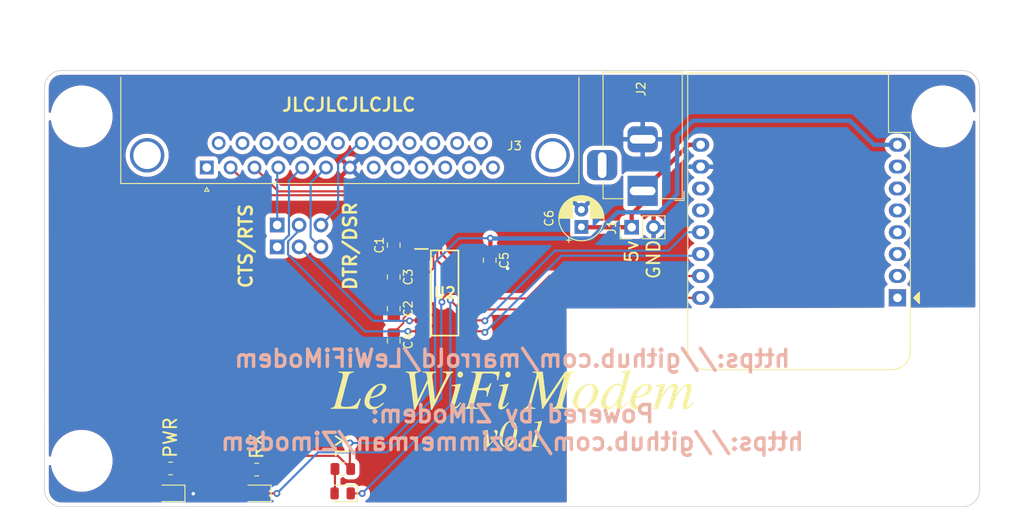
<source format=kicad_pcb>
(kicad_pcb (version 20211014) (generator pcbnew)
  (layers (0 "F.Cu" signal) (31 "B.Cu" signal) (34 "B.Paste" user) (35 "F.Paste" user) (36 "B.SilkS" user "B.Silkscreen") (37 "F.SilkS" user "F.Silkscreen") (38 "B.Mask" user) (39 "F.Mask" user) (44 "Edge.Cuts" user))
  (net 0 "")
  (net 1 "+5V")
  (net 2 "Net-(D1-Pad2)")
  (net 10 "+3.3V")
  (net 11 "GND")
  (net 14 "/RTS0")
  (net 15 "/CTS0")
  (net 16 "/R1OUT")
  (net 17 "/T1IN")
  (net 19 "/T1OUT")
  (net 20 "/R1IN")
  (net 22 "/RTS{slash}DSR")
  (net 23 "/CTS1")
  (net 24 "/RTS1")
  (net 26 "/C1+")
  (net 27 "/C1-")
  (net 28 "/C2-")
  (net 29 "/V+")
  (net 30 "/V-")
  (net 31 "/C2+")
  (net 42 "/DSR1")
  (net 48 "Net-(D2-Pad2)")
  (net 49 "Net-(D3-Pad2)")
  (net 50 "/CTS{slash}DTR")
  (net 51 "/DTR1")
  (footprint "Capacitor_SMD:C_0805_2012Metric" (layer "F.Cu") (at 101.4825 101.01 90)
    (fp_text reference "C1")
    (fp_text value "C_Small")
  )
  (footprint "Connector_BarrelJack:BarrelJack_Horizontal" (layer "F.Cu") (at 130.3975 94.71 -90)
    (fp_text reference "J2")
    (fp_text value "Barrel_Jack_MountingPin")
  )
  (footprint "LED_SMD:LED_0805_2012Metric" (layer "F.Cu") (at 75.55 129.845 180)
    (fp_text reference "D1" hide)
    (fp_text value "LED")
  )
  (footprint "Module:WEMOS_D1_mini_light" (layer "F.Cu") (at 159.995 107.13 180)
    (fp_text reference "U1" hide)
    (fp_text value "WeMos_D1_mini")
  )
  (footprint "LED_SMD:LED_0805_2012Metric" (layer "F.Cu") (at 95.55 129.845 180)
    (fp_text reference "D3" hide)
    (fp_text value "LED")
  )
  (footprint "Capacitor_THT:CP_Radial_D5.0mm_P2.00mm" (layer "F.Cu") (at 123.28 98.885113 90)
    (fp_text reference "C6")
    (fp_text value "C_Small")
  )
  (footprint "Capacitor_SMD:C_0805_2012Metric" (layer "F.Cu") (at 112.6325 102.77 -90)
    (fp_text reference "C5")
    (fp_text value "C_Small")
  )
  (footprint "Capacitor_SMD:C_0805_2012Metric" (layer "F.Cu") (at 101.4825 104.71 -90)
    (fp_text reference "C3")
    (fp_text value "C_Small")
  )
  (footprint "LED_SMD:LED_0805_2012Metric" (layer "F.Cu") (at 85.55 129.845 180)
    (fp_text reference "D2" hide)
    (fp_text value "LED")
  )
  (footprint "Resistor_SMD:R_0805_2012Metric" (layer "F.Cu") (at 75.57 126.95 180)
    (fp_text reference "R1" hide)
    (fp_text value "R" hide)
  )
  (footprint "Connector_PinHeader_2.54mm:PinHeader_1x02_P2.54mm_Vertical" (layer "F.Cu") (at 129.1225 98.93 90)
    (fp_text reference "J1")
    (fp_text value "Conn_01x02_Male")
  )
  (footprint "MountingHole:MountingHole_3.2mm_M3" (layer "F.Cu") (at 165.23 126.06)
    (fp_text reference "REF**" hide)
    (fp_text value "MountingHole_3.2mm_M3")
  )
  (footprint "LeWiFiModem:SOIC127P600X175-16N" (layer "F.Cu") (at 107.4025 106.57)
    (fp_text reference "U2")
    (fp_text value "SP3232EEN-L_TR" hide)
  )
  (footprint "Resistor_SMD:R_0805_2012Metric" (layer "F.Cu") (at 95.57 127.01 180)
    (fp_text reference "R3" hide)
    (fp_text value "R" hide)
  )
  (footprint "Connector_PinHeader_2.54mm:PinHeader_1x03_P2.54mm_Vertical" (layer "F.Cu") (at 87.95 98.67 90)
    (fp_text reference "JP2" hide)
    (fp_text value "Jumper_3_Open")
  )
  (footprint "Resistor_SMD:R_0805_2012Metric" (layer "F.Cu") (at 85.57 127.077142 180)
    (fp_text reference "R2" hide)
    (fp_text value "R" hide)
  )
  (footprint "MountingHole:MountingHole_3.2mm_M3" (layer "F.Cu") (at 65.23 126.06)
    (fp_text reference "REF**" hide)
    (fp_text value "MountingHole_3.2mm_M3")
  )
  (footprint "Connector_PinHeader_2.54mm:PinHeader_1x03_P2.54mm_Vertical" (layer "F.Cu") (at 87.95 101.21 90)
    (fp_text reference "JP1" hide)
    (fp_text value "Jumper_3_Open")
  )
  (footprint "Capacitor_SMD:C_0805_2012Metric" (layer "F.Cu") (at 101.4825 108.39 -90)
    (fp_text reference "C2")
    (fp_text value "C_Small")
  )
  (footprint "MountingHole:MountingHole_3.2mm_M3" (layer "F.Cu") (at 65.23 86.06)
    (fp_text reference "REF**" hide)
    (fp_text value "MountingHole_3.2mm_M3")
  )
  (footprint "Connector_Dsub:DSUB-25_Female_Horizontal_P2.77x2.84mm_EdgePinOffset7.70mm_Housed_MountingHolesOffset9.12mm" (layer "F.Cu") (at 79.7675 91.990331 180)
    (fp_text reference "J3")
    (fp_text value "DB25_Female")
  )
  (footprint "Capacitor_SMD:C_0805_2012Metric" (layer "F.Cu") (at 101.4825 112.13 -90)
    (fp_text reference "C4")
    (fp_text value "C_Small")
  )
  (footprint "MountingHole:MountingHole_3.2mm_M3" (layer "F.Cu") (at 165.23 86.06)
    (fp_text reference "REF**" hide)
    (fp_text value "MountingHole_3.2mm_M3")
  )
  (gr_poly (pts (xy 128.987121 115.527894) (xy 128.746483 116.430234) (xy 128.568408 117.084167) (xy 128.429587 117.574949) (xy 128.306713 117.987836) (xy 128.221853 118.267958) (xy 128.140596 118.543327) (xy 128.06532 118.805508) (xy 127.998401 119.046069) (xy 127.942215 119.256576) (xy 127.89914 119.428596) (xy 127.871552 119.553694) (xy 127.864308 119.596012) (xy 127.861828 119.623437) (xy 127.86198 119.630144) (xy 127.862431 119.636766) (xy 127.863175 119.643294) (xy 127.864204 119.649721) (xy 127.865511 119.656038) (xy 127.867089 119.662236) (xy 127.86893 119.668307) (xy 127.871028 119.674242) (xy 127.873375 119.680034) (xy 127.875964 119.685674) (xy 127.878787 119.691153) (xy 127.881839 119.696464) (xy 127.88511 119.701597) (xy 127.888595 119.706544) (xy 127.892286 119.711297) (xy 127.896176 119.715848) (xy 127.900258 119.720188) (xy 127.904523 119.724309) (xy 127.908967 119.728202) (xy 127.91358 119.731859) (xy 127.918356 119.735272) (xy 127.923288 119.738432) (xy 127.928369 119.741331) (xy 127.933591 119.74396) (xy 127.938947 119.746311) (xy 127.94443 119.748376) (xy 127.950032 119.750147) (xy 127.955748 119.751614) (xy 127.961568 119.75277) (xy 127.967487 119.753606) (xy 127.973497 119.754114) (xy 127.979591 119.754285) (xy 128.001072 119.753595) (xy 128.021719 119.751218) (xy 128.042079 119.746694) (xy 128.062698 119.739564) (xy 128.084122 119.729367) (xy 128.106898 119.715643) (xy 128.13157 119.697933) (xy 128.158687 119.675776) (xy 128.188794 119.648711) (xy 128.222438 119.61628) (xy 128.260163 119.578023) (xy 128.302518 119.533478) (xy 128.4033 119.423688) (xy 128.529152 119.283231) (xy 128.607654 119.355199) (xy 128.543734 119.442354) (xy 128.479631 119.52465) (xy 128.415471 119.601981) (xy 128.351378 119.674243) (xy 128.287477 119.74133) (xy 128.223891 119.803136) (xy 128.160747 119.859556) (xy 128.098168 119.910485) (xy 128.036279 119.955816) (xy 127.975205 119.995446) (xy 127.915069 120.029268) (xy 127.855997 120.057177) (xy 127.826899 120.068881) (xy 127.798114 120.079067) (xy 127.769657 120.087722) (xy 127.741543 120.094834) (xy 127.713789 120.100387) (xy 127.68641 120.104371) (xy 127.659421 120.10677) (xy 127.632839 120.107573) (xy 127.61766 120.10723) (xy 127.602799 120.106208) (xy 127.588266 120.104517) (xy 127.574073 120.102168) (xy 127.560229 120.099173) (xy 127.546745 120.095541) (xy 127.533633 120.091284) (xy 127.520903 120.086413) (xy 127.508566 120.080938) (xy 127.496633 120.07487) (xy 127.485114 120.068219) (xy 127.47402 120.060998) (xy 127.463363 120.053215) (xy 127.453152 120.044883) (xy 127.443399 120.036011) (xy 127.434114 120.026612) (xy 127.425309 120.016695) (xy 127.416993 120.006271) (xy 127.409178 119.995351) (xy 127.401875 119.983946) (xy 127.395094 119.972067) (xy 127.388846 119.959723) (xy 127.383142 119.946928) (xy 127.377993 119.93369) (xy 127.373409 119.920021) (xy 127.369401 119.905931) (xy 127.36598 119.891432) (xy 127.363157 119.876533) (xy 127.360943 119.861247) (xy 127.359348 119.845583) (xy 127.358383 119.829553) (xy 127.358059 119.813166) (xy 127.359055 119.758348) (xy 127.362353 119.704604) (xy 127.36841 119.648712) (xy 127.377687 119.587454) (xy 127.390644 119.517609) (xy 127.407742 119.435956) (xy 127.456196 119.224351) (xy 127.371015 119.341938) (xy 127.289352 119.449578) (xy 127.210737 119.547596) (xy 127.134699 119.636317) (xy 127.06077 119.716069) (xy 126.98848 119.787176) (xy 126.917359 119.849965) (xy 126.846937 119.904761) (xy 126.811842 119.929263) (xy 126.776745 119.95189) (xy 126.741589 119.972681) (xy 126.706314 119.991678) (xy 126.670861 120.008921) (xy 126.635173 120.02445) (xy 126.59919 120.038308) (xy 126.562854 120.050534) (xy 126.526105 120.061169) (xy 126.488886 120.070254) (xy 126.451137 120.077829) (xy 126.4128 120.083936) (xy 126.334126 120.091906) (xy 126.252395 120.094491) (xy 126.21184 120.093688) (xy 126.17237 120.09129) (xy 126.134001 120.08731) (xy 126.096744 120.081764) (xy 126.060614 120.074665) (xy 126.025622 120.066027) (xy 125.991784 120.055866) (xy 125.959111 120.044196) (xy 125.927616 120.03103) (xy 125.897314 120.016384) (xy 125.868216 120.000272) (xy 125.840337 119.982707) (xy 125.81369 119.963705) (xy 125.788287 119.94328) (xy 125.764142 119.921446) (xy 125.741268 119.898218) (xy 125.719679 119.87361) (xy 125.699386 119.847636) (xy 125.680405 119.820311) (xy 125.662747 119.791648) (xy 125.646425 119.761664) (xy 125.631454 119.730371) (xy 125.617847 119.697784) (xy 125.605615 119.663918) (xy 125.594774 119.628787) (xy 125.585335 119.592405) (xy 125.577312 119.554787) (xy 125.570718 119.515948) (xy 125.565567 119.4759) (xy 125.561871 119.43466) (xy 125.559644 119.39224) (xy 125.558899 119.348656) (xy 125.559339 119.33557) (xy 126.134632 119.33557) (xy 126.135071 119.360428) (xy 126.136379 119.384697) (xy 126.138545 119.408365) (xy 126.141557 119.431419) (xy 126.145403 119.453844) (xy 126.150071 119.475629) (xy 126.155548 119.49676) (xy 126.161823 119.517224) (xy 126.168884 119.537007) (xy 126.176719 119.556096) (xy 126.185316 119.574479) (xy 126.194662 119.592141) (xy 126.204747 119.609071) (xy 126.215557 119.625254) (xy 126.227082 119.640678) (xy 126.239309 119.655329) (xy 126.252225 119.669194) (xy 126.26582 119.68226) (xy 126.28008 119.694514) (xy 126.294995 119.705943) (xy 126.310552 119.716533) (xy 126.326739 119.726271) (xy 126.343545 119.735145) (xy 126.360956 119.74314) (xy 126.378962 119.750244) (xy 126.39755 119.756443) (xy 126.416708 119.761725) (xy 126.436424 119.766076) (xy 126.456687 119.769484) (xy 126.477484 119.771934) (xy 126.498804 119.773413) (xy 126.520633 119.773909) (xy 126.555198 119.772764) (xy 126.590146 119.769348) (xy 126.6254 119.763689) (xy 126.660885 119.755816) (xy 126.696523 119.745758) (xy 126.732237 119.733544) (xy 126.767952 119.719202) (xy 126.80359 119.702761) (xy 126.839075 119.684251) (xy 126.874329 119.663699) (xy 126.909278 119.641134) (xy 126.943843 119.616586) (xy 126.977947 119.590082) (xy 127.011516 119.561653) (xy 127.044471 119.531325) (xy 127.076736 119.499129) (xy 127.158574 119.407459) (xy 127.237077 119.309502) (xy 127.311976 119.205871) (xy 127.383003 119.097181) (xy 127.44989 118.984043) (xy 127.512369 118.867072) (xy 127.570171 118.746881) (xy 127.623027 118.624084) (xy 127.670671 118.499292) (xy 127.712832 118.373121) (xy 127.749243 118.246183) (xy 127.779636 118.119092) (xy 127.803742 117.992461) (xy 127.821292 117.866903) (xy 127.83202 117.743032) (xy 127.835655 117.621461) (xy 127.835367 117.599706) (xy 127.834505 117.578603) (xy 127.833067 117.558151) (xy 127.831055 117.538352) (xy 127.828467 117.519203) (xy 127.825305 117.500707) (xy 127.821567 117.482862) (xy 127.817255 117.465669) (xy 127.812367 117.449128) (xy 127.806905 117.433238) (xy 127.800867 117.418001) (xy 127.794255 117.403414) (xy 127.787067 117.38948) (xy 127.779304 117.376197) (xy 127.770967 117.363566) (xy 127.762054 117.351586) (xy 127.752567 117.340258) (xy 127.742504 117.329582) (xy 127.731866 117.319558) (xy 127.720653 117.310185) (xy 127.708866 117.301464) (xy 127.696503 117.293395) (xy 127.683565 117.285977) (xy 127.670052 117.279211) (xy 127.655964 117.273097) (xy 127.641301 117.267634) (xy 127.626063 117.262823) (xy 127.61025 117.258664) (xy 127.593862 117.255156) (xy 127.576899 117.2523) (xy 127.559361 117.250096) (xy 127.541248 117.248544) (xy 127.505014 117.247684) (xy 127.467583 117.249949) (xy 127.429135 117.255243) (xy 127.389854 117.263469) (xy 127.349921 117.274531) (xy 127.309518 117.288335) (xy 127.268828 117.304784) (xy 127.228032 117.323782) (xy 127.187313 117.345233) (xy 127.146852 117.369042) (xy 127.106833 117.395112) (xy 127.067436 117.423349) (xy 127.028844 117.453655) (xy 126.991239 117.485936) (xy 126.954804 117.520095) (xy 126.919719 117.556037) (xy 126.837588 117.646677) (xy 126.758256 117.743862) (xy 126.682066 117.846779) (xy 126.609365 117.954612) (xy 126.540497 118.066547) (xy 126.475808 118.181768) (xy 126.415642 118.299463) (xy 126.360345 118.418815) (xy 126.310261 118.539011) (xy 126.265736 118.659236) (xy 126.227114 118.778675) (xy 126.19474 118.896513) (xy 126.16896 119.011936) (xy 126.150119 119.12413) (xy 126.138561 119.23228) (xy 126.134632 119.33557) (xy 125.559339 119.33557) (xy 125.562059 119.254707) (xy 125.57138 119.159502) (xy 125.586618 119.063319) (xy 125.607532 118.966437) (xy 125.63388 118.869133) (xy 125.66542 118.771685) (xy 125.70191 118.674372) (xy 125.743108 118.577471) (xy 125.788772 118.481259) (xy 125.83866 118.386016) (xy 125.89253 118.292019) (xy 125.95014 118.199545) (xy 126.075611 118.02028) (xy 126.213139 117.850446) (xy 126.360787 117.692266) (xy 126.437801 117.618241) (xy 126.51662 117.547963) (xy 126.597 117.48171) (xy 126.678701 117.41976) (xy 126.761479 117.362391) (xy 126.845094 117.309881) (xy 126.929303 117.262508) (xy 127.013864 117.220549) (xy 127.098535 117.184283) (xy 127.183075 117.153988) (xy 127.267241 117.129941) (xy 127.350791 117.112421) (xy 127.433483 117.101705) (xy 127.515075 117.098071) (xy 127.562402 117.099315) (xy 127.606337 117.103118) (xy 127.627074 117.106012) (xy 127.647013 117.109585) (xy 127.666171 117.113851) (xy 127.684564 117.118822) (xy 127.702211 117.124512) (xy 127.719126 117.130934) (xy 127.735328 117.138101) (xy 127.750832 117.146027) (xy 127.765656 117.154724) (xy 127.779816 117.164205) (xy 127.793329 117.174485) (xy 127.806213 117.185575) (xy 127.818482 117.19749) (xy 127.830156 117.210242) (xy 127.841249 117.223844) (xy 127.85178 117.23831) (xy 127.861764 117.253653) (xy 127.871219 117.269887) (xy 127.880161 117.287023) (xy 127.888607 117.305076) (xy 127.896574 117.324059) (xy 127.904078 117.343984) (xy 127.917767 117.386716) (xy 127.929808 117.433377) (xy 127.940334 117.484072) (xy 128.241283 116.391492) (xy 128.275835 116.270112) (xy 128.301801 116.17733) (xy 128.311947 116.140058) (xy 128.320406 116.108009) (xy 128.327332 116.08054) (xy 128.332877 116.057011) (xy 128.337196 116.036779) (xy 128.340442 116.019201) (xy 128.342768 116.003635) (xy 128.344327 115.989441) (xy 128.345272 115.975974) (xy 128.345758 115.962594) (xy 128.345962 115.933524) (xy 128.34543 115.907964) (xy 128.343547 115.885145) (xy 128.339882 115.864895) (xy 128.334002 115.847041) (xy 128.330097 115.838958) (xy 128.325478 115.83141) (xy 128.320089 115.824374) (xy 128.313877 115.81783) (xy 128.306788 115.811755) (xy 128.298768 115.806128) (xy 128.289764 115.800928) (xy 128.279721 115.796133) (xy 128.256304 115.78767) (xy 128.228085 115.780569) (xy 128.194633 115.774656) (xy 128.155518 115.769758) (xy 128.110307 115.765705) (xy 128.05857 115.762322) (xy 127.933792 115.756878) (xy 127.933792 115.645658) (xy 128.083105 115.630861) (xy 128.219308 115.615604) (xy 128.34585 115.599426) (xy 128.466182 115.581869) (xy 128.583753 115.562472) (xy 128.702015 115.540775) (xy 128.824416 115.516317) (xy 128.954406 115.48864)) (layer "F.SilkS") (width 0) (fill solid))
  (gr_poly (pts (xy 118.69344 121.419263) (xy 118.694641 121.419377) (xy 118.695815 121.419566) (xy 118.69696 121.419827) (xy 118.698076 121.42016) (xy 118.699162 121.420561) (xy 118.700217 121.421031) (xy 118.701241 121.421567) (xy 118.702233 121.422167) (xy 118.703191 121.422831) (xy 118.704116 121.423555) (xy 118.705006 121.42434) (xy 118.70586 121.425183) (xy 118.706678 121.426082) (xy 118.707459 121.427036) (xy 118.708202 121.428043) (xy 118.70957 121.430211) (xy 118.710777 121.432573) (xy 118.711816 121.435116) (xy 118.712681 121.437827) (xy 118.713364 121.440693) (xy 118.713861 121.4437) (xy 118.714163 121.446838) (xy 118.714266 121.450091) (xy 118.714033 121.458118) (xy 118.713232 121.466352) (xy 118.711707 121.475826) (xy 118.709305 121.487574) (xy 118.701243 121.522025) (xy 118.687807 121.577973) (xy 118.070448 123.897486) (xy 118.063213 123.923255) (xy 118.055565 123.951505) (xy 118.048743 123.978102) (xy 118.04603 123.989488) (xy 118.043989 123.99891) (xy 118.03032 124.042585) (xy 118.018977 124.081247) (xy 118.014129 124.098812) (xy 118.009804 124.115259) (xy 118.005984 124.130634) (xy 118.002647 124.144981) (xy 117.999776 124.158347) (xy 117.99735 124.170776) (xy 117.995351 124.182314) (xy 117.993759 124.193006) (xy 117.992554 124.202897) (xy 117.991717 124.212032) (xy 117.99123 124.220456) (xy 117.991071 124.228215) (xy 117.992165 124.246563) (xy 117.995481 124.263587) (xy 117.997989 124.271609) (xy 118.001071 124.279307) (xy 118.004735 124.286683) (xy 118.008986 124.293741) (xy 118.013832 124.300482) (xy 118.019278 124.306908) (xy 118.025332 124.313024) (xy 118.032 124.31883) (xy 118.047201 124.329523) (xy 118.064935 124.339009) (xy 118.085252 124.347307) (xy 118.108206 124.354435) (xy 118.133846 124.360413) (xy 118.162225 124.365261) (xy 118.193394 124.368998) (xy 118.227406 124.371643) (xy 118.264312 124.373216) (xy 118.304163 124.373736) (xy 118.379129 124.373736) (xy 118.379129 124.439881) (xy 117.131178 124.439881) (xy 117.131174 124.378146) (xy 117.194325 124.372176) (xy 117.251701 124.365735) (xy 117.303625 124.358661) (xy 117.35042 124.350792) (xy 117.371995 124.346509) (xy 117.392409 124.341967) (xy 117.411703 124.337146) (xy 117.429916 124.332025) (xy 117.447089 124.326584) (xy 117.463262 124.320803) (xy 117.478476 124.314663) (xy 117.492771 124.308142) (xy 117.506188 124.30122) (xy 117.518767 124.293878) (xy 117.530547 124.286095) (xy 117.541571 124.277851) (xy 117.551877 124.269125) (xy 117.561507 124.259899) (xy 117.570501 124.25015) (xy 117.578898 124.23986) (xy 117.58674 124.229008) (xy 117.594067 124.217574) (xy 117.60092 124.205537) (xy 117.607338 124.192878) (xy 117.613361 124.179576) (xy 117.619032 124.165611) (xy 117.624388 124.150963) (xy 117.629472 124.135611) (xy 118.224783 121.935162) (xy 118.232439 121.907016) (xy 118.238908 121.88197) (xy 118.244239 121.859818) (xy 118.248485 121.840353) (xy 118.251698 121.823369) (xy 118.252933 121.815742) (xy 118.253929 121.808658) (xy 118.254692 121.802091) (xy 118.255229 121.796015) (xy 118.255547 121.790403) (xy 118.255651 121.785231) (xy 118.255446 121.777042) (xy 118.254837 121.769016) (xy 118.253834 121.76116) (xy 118.252447 121.753484) (xy 118.250685 121.745996) (xy 118.248559 121.738703) (xy 118.246076 121.731613) (xy 118.243249 121.724735) (xy 118.240085 121.718076) (xy 118.236595 121.711646) (xy 118.232789 121.705451) (xy 118.228676 121.699499) (xy 118.224266 121.6938) (xy 118.219568 121.688361) (xy 118.214592 121.68319) (xy 118.209349 121.678295) (xy 118.203847 121.673684) (xy 118.198096 121.669366) (xy 118.192107 121.665348) (xy 118.185888 121.661638) (xy 118.179449 121.658245) (xy 118.172801 121.655176) (xy 118.165952 121.65244) (xy 118.158913 121.650045) (xy 118.151693 121.647999) (xy 118.144302 121.64631) (xy 118.136749 121.644985) (xy 118.129045 121.644034) (xy 118.121198 121.643463) (xy 118.113219 121.643282) (xy 118.105117 121.643499) (xy 118.096903 121.64412) (xy 118.083673 121.64412) (xy 117.827909 121.65294) (xy 117.827909 121.586795) (xy 117.892954 121.57632) (xy 117.904305 121.574348) (xy 117.913487 121.572531) (xy 117.917231 121.571664) (xy 117.920394 121.570817) (xy 117.922963 121.569983) (xy 117.924925 121.569155) (xy 118.123913 121.529467) (xy 118.326208 121.489779) (xy 118.485715 121.458291) (xy 118.600161 121.436311) (xy 118.692213 121.419225)) (layer "F.SilkS") (width 0) (fill solid))
  (gr_poly (pts (xy 104.433498 115.796132) (xy 104.362367 115.805995) (xy 104.298395 115.816155) (xy 104.241227 115.826909) (xy 104.19051 115.838555) (xy 104.167458 115.844805) (xy 104.145887 115.851389) (xy 104.12575 115.858344) (xy 104.107005 115.865708) (xy 104.089605 115.873518) (xy 104.073508 115.88181) (xy 104.058669 115.890623) (xy 104.045044 115.899992) (xy 104.032587 115.909956) (xy 104.021256 115.92055) (xy 104.011005 115.931814) (xy 104.00179 115.943783) (xy 103.993567 115.956494) (xy 103.986292 115.969986) (xy 103.97992 115.984294) (xy 103.974406 115.999457) (xy 103.969708 116.015511) (xy 103.96578 116.032493) (xy 103.962577 116.050441) (xy 103.960057 116.069391) (xy 103.958173 116.089382) (xy 103.956883 116.110449) (xy 103.955904 116.155963) (xy 103.956006 116.174976) (xy 103.956249 116.187013) (xy 103.956721 116.200124) (xy 103.957501 116.213848) (xy 103.958664 116.227725) (xy 103.960286 116.241296) (xy 103.961294 116.247822) (xy 103.962446 116.2541) (xy 104.276481 118.949569) (xy 105.401775 116.640099) (xy 105.336351 116.182132) (xy 105.327387 116.125111) (xy 105.317388 116.074041) (xy 105.305933 116.028588) (xy 105.292599 115.988415) (xy 105.285095 115.970204) (xy 105.276964 115.953187) (xy 105.268153 115.937323) (xy 105.258609 115.922569) (xy 105.248278 115.908884) (xy 105.237109 115.896226) (xy 105.225049 115.884552) (xy 105.212045 115.873821) (xy 105.198044 115.863991) (xy 105.182994 115.855019) (xy 105.166842 115.846865) (xy 105.149535 115.839486) (xy 105.13102 115.83284) (xy 105.111245 115.826885) (xy 105.067703 115.816881) (xy 105.018489 115.80914) (xy 104.963178 115.803324) (xy 104.901351 115.799099) (xy 104.832586 115.79613) (xy 104.832586 115.691452) (xy 106.409303 115.691452) (xy 106.415846 115.79613) (xy 106.352773 115.803771) (xy 106.295834 115.81218) (xy 106.244721 115.821661) (xy 106.199129 115.832523) (xy 106.178307 115.838567) (xy 106.15875 115.845071) (xy 106.14042 115.852073) (xy 106.123278 115.859612) (xy 106.107286 115.867726) (xy 106.092406 115.876454) (xy 106.078599 115.885833) (xy 106.065827 115.895902) (xy 106.054052 115.9067) (xy 106.043236 115.918264) (xy 106.033339 115.930633) (xy 106.024324 115.943846) (xy 106.016152 115.95794) (xy 106.008786 115.972954) (xy 106.002186 115.988927) (xy 105.996314 116.005896) (xy 105.991132 116.0239) (xy 105.986603 116.042978) (xy 105.982686 116.063168) (xy 105.979345 116.084507) (xy 105.974233 116.130789) (xy 105.970962 116.182132) (xy 105.970962 116.280268) (xy 106.265371 118.949569) (xy 107.482256 116.509253) (xy 107.498893 116.474212) (xy 107.514457 116.440226) (xy 107.528947 116.407274) (xy 107.542364 116.375339) (xy 107.554708 116.3444) (xy 107.565978 116.314438) (xy 107.576175 116.285435) (xy 107.585299 116.257371) (xy 107.593349 116.230227) (xy 107.600326 116.203984) (xy 107.606229 116.178623) (xy 107.611059 116.154124) (xy 107.614816 116.130468) (xy 107.617499 116.107637) (xy 107.619109 116.08561) (xy 107.619646 116.06437) (xy 107.618748 116.030523) (xy 107.615838 115.999982) (xy 107.610589 115.972526) (xy 107.606986 115.959887) (xy 107.602676 115.947937) (xy 107.597619 115.936647) (xy 107.591774 115.925992) (xy 107.585099 115.915943) (xy 107.577555 115.906472) (xy 107.5691 115.897552) (xy 107.559694 115.889156) (xy 107.549296 115.881256) (xy 107.537866 115.873824) (xy 107.525362 115.866833) (xy 107.511744 115.860255) (xy 107.481004 115.848229) (xy 107.445318 115.837526) (xy 107.404361 115.827924) (xy 107.357807 115.819205) (xy 107.305331 115.811146) (xy 107.246606 115.803529) (xy 107.181307 115.796132) (xy 107.181307 115.691453) (xy 108.411276 115.691453) (xy 108.411276 115.79613) (xy 108.365658 115.810694) (xy 108.32418 115.825239) (xy 108.286382 115.840206) (xy 108.251805 115.856035) (xy 108.219987 115.873167) (xy 108.19047 115.892044) (xy 108.162793 115.913105) (xy 108.136496 115.936793) (xy 108.111118 115.963547) (xy 108.086201 115.993809) (xy 108.061284 116.028019) (xy 108.035907 116.066619) (xy 108.009609 116.110048) (xy 107.981932 116.158749) (xy 107.952414 116.213161) (xy 107.920597 116.273726) (xy 105.944791 120.140284) (xy 105.813944 120.140284) (xy 105.44757 117.13078) (xy 105.414858 117.13078) (xy 103.97553 120.140284) (xy 103.844682 120.140284) (xy 103.406339 116.712065) (xy 103.390982 116.603477) (xy 103.376708 116.505469) (xy 103.363372 116.417428) (xy 103.350832 116.33874) (xy 103.338944 116.268793) (xy 103.327564 116.206972) (xy 103.316547 116.152665) (xy 103.305751 116.105258) (xy 103.295032 116.064138) (xy 103.289656 116.045744) (xy 103.284246 116.028691) (xy 103.278782 116.012904) (xy 103.273248 115.998305) (xy 103.267626 115.984818) (xy 103.261896 115.972366) (xy 103.256043 115.960872) (xy 103.250046 115.95026) (xy 103.243889 115.940452) (xy 103.237554 115.931374) (xy 103.231022 115.922947) (xy 103.224275 115.915095) (xy 103.217297 115.907741) (xy 103.210067 115.900809) (xy 103.198915 115.890218) (xy 103.187399 115.880479) (xy 103.175308 115.871526) (xy 103.162431 115.863292) (xy 103.148557 115.85571) (xy 103.133475 115.848713) (xy 103.116976 115.842233) (xy 103.098847 115.836203) (xy 103.078878 115.830557) (xy 103.056858 115.825226) (xy 103.032577 115.820146) (xy 103.005823 115.815247) (xy 102.944054 115.805727) (xy 102.869865 115.79613) (xy 102.869865 115.691452) (xy 104.433498 115.691452)) (layer "F.SilkS") (width 0) (fill solid))
  (gr_poly (pts (xy 109.209445 115.684912) (xy 109.209444 115.684912) (xy 109.209446 115.684912)) (layer "F.SilkS") (width 0) (fill solid))
  (gr_poly (pts (xy 135.732791 117.098583) (xy 135.752548 117.10011) (xy 135.771957 117.10263) (xy 135.790999 117.106119) (xy 135.809653 117.110558) (xy 135.827898 117.115923) (xy 135.845714 117.122195) (xy 135.863081 117.12935) (xy 135.879978 117.137368) (xy 135.896385 117.146227) (xy 135.912282 117.155905) (xy 135.927649 117.166381) (xy 135.942464 117.177633) (xy 135.956708 117.18964) (xy 135.97036 117.202381) (xy 135.9834 117.215832) (xy 135.995807 117.229974) (xy 136.007561 117.244784) (xy 136.018643 117.260241) (xy 136.02903 117.276324) (xy 136.038704 117.29301) (xy 136.047643 117.310278) (xy 136.055828 117.328107) (xy 136.063237 117.346476) (xy 136.069851 117.365361) (xy 136.075649 117.384743) (xy 136.080611 117.404599) (xy 136.084717 117.424907) (xy 136.087946 117.445647) (xy 136.090277 117.466797) (xy 136.091691 117.488335) (xy 136.092167 117.510239) (xy 136.091592 117.530467) (xy 136.090021 117.555525) (xy 136.087683 117.583497) (xy 136.084809 117.612465) (xy 136.081628 117.640513) (xy 136.07837 117.665725) (xy 136.075265 117.686183) (xy 136.072544 117.699971) (xy 135.608032 119.368283) (xy 135.59179 119.426819) (xy 135.577465 119.479606) (xy 135.565134 119.526412) (xy 135.554873 119.567008) (xy 135.546759 119.601164) (xy 135.540868 119.628649) (xy 135.538781 119.639819) (xy 135.537278 119.649235) (xy 135.536369 119.656868) (xy 135.536064 119.66269) (xy 135.536372 119.674647) (xy 135.537303 119.685972) (xy 135.538006 119.691391) (xy 135.538867 119.696645) (xy 135.53989 119.701731) (xy 135.541073 119.706647) (xy 135.54242 119.71139) (xy 135.543931 119.715959) (xy 135.545607 119.72035) (xy 135.54745 119.724562) (xy 135.549461 119.728591) (xy 135.55164 119.732436) (xy 135.55399 119.736095) (xy 135.556511 119.739564) (xy 135.559204 119.742841) (xy 135.562071 119.745924) (xy 135.565113 119.748811) (xy 135.568331 119.751498) (xy 135.571727 119.753985) (xy 135.5753 119.756268) (xy 135.579054 119.758345) (xy 135.582989 119.760213) (xy 135.587105 119.761871) (xy 135.591405 119.763315) (xy 135.595889 119.764544) (xy 135.600559 119.765555) (xy 135.605416 119.766345) (xy 135.610461 119.766912) (xy 135.615695 119.767254) (xy 135.62112 119.767369) (xy 135.665165 119.766347) (xy 135.684672 119.763919) (xy 135.703613 119.759191) (xy 135.722823 119.751396) (xy 135.743135 119.739768) (xy 135.765383 119.72354) (xy 135.790401 119.701945) (xy 135.819022 119.674216) (xy 135.852081 119.639587) (xy 135.934844 119.546562) (xy 136.045362 119.416736) (xy 136.190304 119.243975) (xy 136.294986 119.329026) (xy 136.255733 119.374823) (xy 136.192246 119.461464) (xy 136.129344 119.542306) (xy 136.066998 119.617379) (xy 136.005179 119.686711) (xy 135.943859 119.750332) (xy 135.883007 119.80827) (xy 135.822597 119.860553) (xy 135.762599 119.907211) (xy 135.702984 119.948272) (xy 135.643724 119.983765) (xy 135.58479 120.013718) (xy 135.526153 120.038161) (xy 135.496936 120.048325) (xy 135.467783 120.057122) (xy 135.438691 120.064556) (xy 135.409654 120.070631) (xy 135.38067 120.075349) (xy 135.351735 120.078714) (xy 135.322846 120.080731) (xy 135.293998 120.081403) (xy 135.278282 120.081096) (xy 135.263028 120.080179) (xy 135.248238 120.078653) (xy 135.233916 120.076521) (xy 135.220063 120.073786) (xy 135.206683 120.070448) (xy 135.193777 120.066512) (xy 135.181347 120.06198) (xy 135.169397 120.056853) (xy 135.157928 120.051134) (xy 135.146943 120.044826) (xy 135.136445 120.037931) (xy 135.126435 120.030452) (xy 135.116917 120.02239) (xy 135.107892 120.013748) (xy 135.099363 120.004529) (xy 135.091332 119.994735) (xy 135.083802 119.984368) (xy 135.076775 119.973431) (xy 135.070254 119.961927) (xy 135.064241 119.949856) (xy 135.058738 119.937223) (xy 135.053747 119.924029) (xy 135.049272 119.910277) (xy 135.045314 119.895969) (xy 135.041877 119.881108) (xy 135.038961 119.865696) (xy 135.036571 119.849735) (xy 135.033373 119.816176) (xy 135.032303 119.780452) (xy 135.033286 119.754371) (xy 135.036494 119.723921) (xy 135.042308 119.687184) (xy 135.051112 119.642244) (xy 135.06329 119.587183) (xy 135.079224 119.520086) (xy 135.123897 119.342112) (xy 135.522979 117.817733) (xy 135.53434 117.773265) (xy 135.543937 117.73309) (xy 135.551847 117.697209) (xy 135.558147 117.665622) (xy 135.562914 117.638328) (xy 135.566223 117.615327) (xy 135.567356 117.605437) (xy 135.568153 117.59662) (xy 135.568624 117.588876) (xy 135.568779 117.582206) (xy 135.568608 117.574904) (xy 135.5681 117.567725) (xy 135.567264 117.560675) (xy 135.566108 117.553762) (xy 135.564641 117.546993) (xy 135.562871 117.540374) (xy 135.560806 117.533914) (xy 135.558454 117.527618) (xy 135.555825 117.521496) (xy 135.552926 117.515553) (xy 135.549766 117.509797) (xy 135.546354 117.504235) (xy 135.542696 117.498874) (xy 135.538803 117.493721) (xy 135.534683 117.488785) (xy 135.530343 117.484071) (xy 135.525792 117.479587) (xy 135.521039 117.47534) (xy 135.516091 117.471337) (xy 135.510958 117.467587) (xy 135.505648 117.464095) (xy 135.500169 117.460868) (xy 135.494529 117.457915) (xy 135.488737 117.455243) (xy 135.482802 117.452857) (xy 135.476731 117.450767) (xy 135.470532 117.448978) (xy 135.464216 117.447499) (xy 135.457789 117.446336) (xy 135.45126 117.445496) (xy 135.444638 117.444987) (xy 135.437931 117.444815) (xy 135.419726 117.445655) (xy 135.400705 117.44816) (xy 135.360316 117.458079) (xy 135.316976 117.4744) (xy 135.270894 117.49695) (xy 135.222283 117.525557) (xy 135.171353 117.560049) (xy 135.118314 117.600252) (xy 135.063378 117.645995) (xy 135.006755 117.697104) (xy 134.948656 117.753408) (xy 134.889292 117.814733) (xy 134.828874 117.880908) (xy 134.767612 117.95176) (xy 134.705718 118.027115) (xy 134.643402 118.106803) (xy 134.580875 118.19065) (xy 134.464033 118.35872) (xy 134.411132 118.441745) (xy 134.361297 118.525641) (xy 134.31407 118.611569) (xy 134.268989 118.700688) (xy 134.225594 118.794159) (xy 134.183427 118.893139) (xy 134.142026 118.99879) (xy 134.100931 119.112271) (xy 134.017823 119.367361) (xy 133.93042 119.667685) (xy 133.835045 120.022521) (xy 133.331279 120.022521) (xy 133.429414 119.671685) (xy 133.465602 119.548709) (xy 133.485306 119.485035) (xy 133.507923 119.414079) (xy 133.690192 118.774967) (xy 133.771167 118.481633) (xy 133.842405 118.216819) (xy 133.901683 117.988806) (xy 133.946776 117.805874) (xy 133.975463 117.676303) (xy 133.982959 117.634116) (xy 133.985519 117.608374) (xy 133.985385 117.598695) (xy 133.984984 117.589287) (xy 133.984317 117.580152) (xy 133.983385 117.571293) (xy 133.98219 117.562711) (xy 133.980732 117.55441) (xy 133.979013 117.546391) (xy 133.977035 117.538658) (xy 133.974797 117.531212) (xy 133.972302 117.524055) (xy 133.969551 117.517192) (xy 133.966544 117.510623) (xy 133.963283 117.504351) (xy 133.95977 117.498378) (xy 133.956005 117.492707) (xy 133.95199 117.487341) (xy 133.947725 117.482281) (xy 133.943213 117.477531) (xy 133.938454 117.473091) (xy 133.933449 117.468966) (xy 133.9282 117.465157) (xy 133.922707 117.461667) (xy 133.916973 117.458497) (xy 133.910998 117.455651) (xy 133.904783 117.453131) (xy 133.89833 117.450939) (xy 133.891639 117.449078) (xy 133.884713 117.44755) (xy 133.877552 117.446357) (xy 133.870157 117.445502) (xy 133.86253 117.444988) (xy 133.854671 117.444815) (xy 133.832711 117.445902) (xy 133.809791 117.449141) (xy 133.761212 117.461938) (xy 133.709221 117.482939) (xy 133.654105 117.511875) (xy 133.596153 117.548478) (xy 133.535652 117.592479) (xy 133.472889 117.643611) (xy 133.408152 117.701605) (xy 133.341728 117.766192) (xy 133.273905 117.837104) (xy 133.20497 117.914073) (xy 133.135211 117.99683) (xy 133.064915 118.085108) (xy 132.99437 118.178637) (xy 132.923864 118.27715) (xy 132.853683 118.380378) (xy 132.771085 118.507827) (xy 132.697074 118.636963) (xy 132.627356 118.778059) (xy 132.557639 118.941389) (xy 132.483628 119.137226) (xy 132.40103 119.375845) (xy 132.305553 119.667519) (xy 132.192901 120.022521) (xy 131.695675 120.022521) (xy 131.805264 119.619345) (xy 131.868643 119.397823) (xy 131.963916 119.073872) (xy 132.129419 118.490679) (xy 132.257507 118.024635) (xy 132.305028 117.843787) (xy 132.340206 117.702115) (xy 132.362044 117.602918) (xy 132.367649 117.570278) (xy 132.369545 117.549493) (xy 132.369469 117.545794) (xy 132.369243 117.542065) (xy 132.368871 117.538312) (xy 132.368356 117.534542) (xy 132.367703 117.530762) (xy 132.366914 117.526981) (xy 132.365993 117.523203) (xy 132.364945 117.519438) (xy 132.363771 117.515692) (xy 132.362477 117.511973) (xy 132.361065 117.508287) (xy 132.35954 117.504641) (xy 132.357904 117.501044) (xy 132.356162 117.497502) (xy 132.354316 117.494022) (xy 132.352371 117.490611) (xy 132.350331 117.487277) (xy 132.348198 117.484027) (xy 132.345976 117.480868) (xy 132.34367 117.477808) (xy 132.341282 117.474852) (xy 132.338816 117.47201) (xy 132.336276 117.469287) (xy 132.333665 117.466691) (xy 132.330987 117.464229) (xy 132.328245 117.461909) (xy 132.325444 117.459737) (xy 132.322586 117.457721) (xy 132.319676 117.455868) (xy 132.316717 117.454185) (xy 132.313712 117.452679) (xy 132.310665 117.451358) (xy 132.288481 117.438388) (xy 132.278348 117.433115) (xy 132.268138 117.428561) (xy 132.257315 117.424659) (xy 132.245342 117.421341) (xy 132.231682 117.418541) (xy 132.215799 117.416192) (xy 132.197155 117.414225) (xy 132.175215 117.412575) (xy 132.119298 117.409956) (xy 131.94429 117.40556) (xy 131.94429 117.300883) (xy 132.274578 117.241592) (xy 132.520837 117.194569) (xy 133.004158 117.098069) (xy 133.023784 117.111153) (xy 132.624695 118.498143) (xy 132.739489 118.323931) (xy 132.85088 118.161861) (xy 132.958995 118.011809) (xy 133.063956 117.87365) (xy 133.165889 117.74726) (xy 133.264918 117.632514) (xy 133.361168 117.529288) (xy 133.454763 117.437456) (xy 133.545828 117.356895) (xy 133.59045 117.320802) (xy 133.634487 117.287479) (xy 133.677954 117.256912) (xy 133.720866 117.229085) (xy 133.763239 117.203982) (xy 133.805088 117.181587) (xy 133.846429 117.161885) (xy 133.887279 117.144861) (xy 133.927651 117.130498) (xy 133.967562 117.118782) (xy 134.007027 117.109697) (xy 134.046063 117.103227) (xy 134.084684 117.099356) (xy 134.122905 117.098069) (xy 134.143546 117.098527) (xy 134.16375 117.09989) (xy 134.183504 117.102144) (xy 134.202793 117.105276) (xy 134.221603 117.10927) (xy 134.23992 117.114112) (xy 134.257728 117.119788) (xy 134.275015 117.126283) (xy 134.291764 117.133583) (xy 134.307963 117.141674) (xy 134.323596 117.150541) (xy 134.338649 117.16017) (xy 134.353108 117.170547) (xy 134.366959 117.181657) (xy 134.380186 117.193485) (xy 134.392777 117.206018) (xy 134.404715 117.219241) (xy 134.415988 117.23314) (xy 134.42658 117.2477) (xy 134.436478 117.262906) (xy 134.445666 117.278746) (xy 134.45413 117.295203) (xy 134.461857 117.312264) (xy 134.468832 117.329915) (xy 134.475039 117.34814) (xy 134.480466 117.366927) (xy 134.485097 117.386259) (xy 134.488919 117.406124) (xy 134.491916 117.426506) (xy 134.494075 117.447391) (xy 134.49538 117.468765) (xy 134.495819 117.490613) (xy 134.494602 117.517958) (xy 134.490989 117.550823) (xy 134.476805 117.632501) (xy 134.453728 117.734419) (xy 134.422218 117.855352) (xy 134.382734 117.994071) (xy 134.335736 118.149351) (xy 134.281684 118.319965) (xy 134.221039 118.504685) (xy 134.30597 118.373131) (xy 134.38681 118.250528) (xy 134.463911 118.136473) (xy 134.53763 118.030565) (xy 134.60832 117.9324) (xy 134.676337 117.841576) (xy 134.742034 117.757691) (xy 134.805767 117.680342) (xy 134.867889 117.609126) (xy 134.928756 117.543641) (xy 134.988723 117.483485) (xy 135.048143 117.428255) (xy 135.107371 117.377548) (xy 135.166762 117.330962) (xy 135.226671 117.288095) (xy 135.287452 117.248544) (xy 135.316667 117.229603) (xy 135.345441 117.212023) (xy 135.373792 117.195786) (xy 135.401742 117.18087) (xy 135.429307 117.167259) (xy 135.456509 117.154931) (xy 135.483365 117.143868) (xy 135.509896 117.134052) (xy 135.53612 117.125462) (xy 135.562056 117.118079) (xy 135.587724 117.111885) (xy 135.613142 117.10686) (xy 135.638331 117.102985) (xy 135.663308 117.100241) (xy 135.688094 117.098609) (xy 135.712707 117.098069)) (layer "F.SilkS") (width 0) (fill solid))
  (gr_poly (pts (xy 113.605941 116.705527) (xy 113.468551 116.692443) (xy 113.468551 116.633561) (xy 113.475094 116.561595) (xy 113.477253 116.53954) (xy 113.478876 116.517638) (xy 113.480039 116.496042) (xy 113.480818 116.474907) (xy 113.481291 116.454385) (xy 113.481534 116.43463) (xy 113.481636 116.398034) (xy 113.478641 116.32999) (xy 113.46933 116.268004) (xy 113.453216 116.211844) (xy 113.442454 116.185877) (xy 113.429808 116.161281) (xy 113.415216 116.138026) (xy 113.398618 116.116085) (xy 113.379952 116.095427) (xy 113.359158 116.076025) (xy 113.336173 116.05785) (xy 113.310938 116.040873) (xy 113.25347 116.010397) (xy 113.186265 115.984368) (xy 113.108835 115.962556) (xy 113.020689 115.944731) (xy 112.921341 115.930662) (xy 112.810301 115.92012) (xy 112.687079 115.912875) (xy 112.551189 115.908697) (xy 112.402139 115.907355) (xy 112.173156 115.907355) (xy 112.115688 115.906679) (xy 112.063328 115.907163) (xy 112.015818 115.908893) (xy 111.9938 115.910252) (xy 111.972898 115.911954) (xy 111.953078 115.914012) (xy 111.934309 115.916435) (xy 111.916558 115.919234) (xy 111.899794 115.922419) (xy 111.883983 115.926003) (xy 111.869093 115.929995) (xy 111.855092 115.934407) (xy 111.841947 115.939248) (xy 111.829627 115.94453) (xy 111.818098 115.950264) (xy 111.807329 115.956461) (xy 111.797287 115.96313) (xy 111.78794 115.970284) (xy 111.779256 115.977932) (xy 111.771201 115.986086) (xy 111.763745 115.994756) (xy 111.756854 116.003953) (xy 111.750496 116.013689) (xy 111.744638 116.023972) (xy 111.739249 116.034816) (xy 111.734296 116.046229) (xy 111.729747 116.058223) (xy 111.72557 116.07081) (xy 111.721731 116.083998) (xy 111.296474 117.628005) (xy 111.492615 117.625411) (xy 111.665276 117.621974) (xy 111.816432 117.61685) (xy 111.948056 117.609196) (xy 112.007161 117.604156) (xy 112.062123 117.598168) (xy 112.113189 117.591126) (xy 112.160607 117.582924) (xy 112.204622 117.573457) (xy 112.245482 117.562619) (xy 112.283434 117.550306) (xy 112.318723 117.536412) (xy 112.351598 117.52083) (xy 112.382304 117.503457) (xy 112.411089 117.484186) (xy 112.438199 117.462912) (xy 112.463881 117.439529) (xy 112.488382 117.413933) (xy 112.511948 117.386018) (xy 112.534827 117.355677) (xy 112.557265 117.322807) (xy 112.579509 117.287302) (xy 112.624402 117.207962) (xy 112.67148 117.116815) (xy 112.722717 117.013018) (xy 112.847023 117.045731) (xy 112.356342 118.59628) (xy 112.245123 118.563569) (xy 112.25836 118.491155) (xy 112.268838 118.429551) (xy 112.276863 118.376688) (xy 112.28274 118.330495) (xy 112.286778 118.288902) (xy 112.289283 118.24984) (xy 112.29056 118.211237) (xy 112.290918 118.171025) (xy 112.290765 118.158873) (xy 112.290306 118.146953) (xy 112.289543 118.135264) (xy 112.288477 118.12381) (xy 112.28711 118.11259) (xy 112.285441 118.101606) (xy 112.283473 118.09086) (xy 112.281207 118.080351) (xy 112.278643 118.070083) (xy 112.275784 118.060055) (xy 112.27263 118.050269) (xy 112.269182 118.040726) (xy 112.265442 118.031428) (xy 112.261412 118.022375) (xy 112.257091 118.013569) (xy 112.252481 118.005011) (xy 112.247584 117.996703) (xy 112.242401 117.988644) (xy 112.236932 117.980837) (xy 112.23118 117.973283) (xy 112.225145 117.965983) (xy 112.218828 117.958938) (xy 112.212231 117.95215) (xy 112.205355 117.945619) (xy 112.198201 117.939346) (xy 112.19077 117.933334) (xy 112.183064 117.927583) (xy 112.175083 117.922094) (xy 112.16683 117.916869) (xy 112.158304 117.911909) (xy 112.149508 117.907214) (xy 112.140442 117.902787) (xy 112.11854 117.891708) (xy 112.107234 117.887017) (xy 112.095258 117.882853) (xy 112.082285 117.879187) (xy 112.06799 117.875991) (xy 112.052046 117.873235) (xy 112.034128 117.870892) (xy 111.991066 117.867327) (xy 111.936197 117.865065) (xy 111.866914 117.863877) (xy 111.780611 117.863532) (xy 111.673683 117.863225) (xy 111.553261 117.861078) (xy 111.485307 117.85874) (xy 111.41076 117.855251) (xy 111.328545 117.850382) (xy 111.23759 117.843903) (xy 110.845047 119.329028) (xy 110.829368 119.382185) (xy 110.816526 119.429209) (xy 110.811097 119.450613) (xy 110.80629 119.470713) (xy 110.802078 119.489586) (xy 110.798432 119.507309) (xy 110.795322 119.523959) (xy 110.79272 119.539612) (xy 110.790597 119.554346) (xy 110.788925 119.568235) (xy 110.787674 119.581358) (xy 110.786817 119.593792) (xy 110.786323 119.605611) (xy 110.786165 119.616895) (xy 110.787583 119.65341) (xy 110.791992 119.686982) (xy 110.79962 119.717738) (xy 110.804714 119.732098) (xy 110.810699 119.7458) (xy 110.817604 119.75886) (xy 110.825458 119.771294) (xy 110.834289 119.783117) (xy 110.844127 119.794344) (xy 110.854999 119.804992) (xy 110.866936 119.815075) (xy 110.879965 119.82461) (xy 110.894115 119.833611) (xy 110.925894 119.850077) (xy 110.962503 119.864598) (xy 111.004173 119.877298) (xy 111.051132 119.888301) (xy 111.103612 119.897733) (xy 111.161842 119.905717) (xy 111.226052 119.91238) (xy 111.296472 119.917844) (xy 111.296472 120.022523) (xy 109.621618 120.022523) (xy 109.621618 119.917844) (xy 109.688882 119.908092) (xy 109.748785 119.898101) (xy 109.801942 119.887325) (xy 109.848966 119.875216) (xy 109.870369 119.868491) (xy 109.890469 119.861229) (xy 109.909342 119.85336) (xy 109.927065 119.844817) (xy 109.943715 119.835531) (xy 109.959368 119.825434) (xy 109.974101 119.814458) (xy 109.987991 119.802534) (xy 110.001114 119.789594) (xy 110.013548 119.77557) (xy 110.025367 119.760394) (xy 110.03665 119.743997) (xy 110.047474 119.726311) (xy 110.057913 119.707268) (xy 110.077949 119.664837) (xy 110.097372 119.616157) (xy 110.116795 119.560682) (xy 110.136831 119.497866) (xy 110.158094 119.427163) (xy 110.949724 116.496169) (xy 110.963806 116.435485) (xy 110.976507 116.376259) (xy 110.987675 116.318719) (xy 110.997157 116.263095) (xy 111.004798 116.209619) (xy 111.010446 116.158519) (xy 111.013947 116.110026) (xy 111.014844 116.086829) (xy 111.015148 116.06437) (xy 111.015034 116.057011) (xy 111.014694 116.049661) (xy 111.013359 116.035019) (xy 111.01118 116.020511) (xy 111.008197 116.006204) (xy 111.004446 115.992166) (xy 110.999968 115.978463) (xy 110.994799 115.965163) (xy 110.988979 115.952332) (xy 110.982545 115.940038) (xy 110.975536 115.928348) (xy 110.967991 115.917328) (xy 110.959947 115.907047) (xy 110.951443 115.89757) (xy 110.947031 115.893155) (xy 110.942518 115.888966) (xy 110.937909 115.885012) (xy 110.933209 115.881301) (xy 110.928423 115.877842) (xy 110.923555 115.874642) (xy 110.895635 115.859193) (xy 110.882111 115.852633) (xy 110.868251 115.846734) (xy 110.853587 115.841411) (xy 110.837648 115.836576) (xy 110.819964 115.832143) (xy 110.800067 115.828027) (xy 110.751753 115.820398) (xy 110.688948 115.813) (xy 110.607896 115.805141) (xy 110.504841 115.796132) (xy 110.504841 115.691453) (xy 113.808752 115.691453)) (layer "F.SilkS") (width 0) (fill solid))
  (gr_poly (pts (xy 114.773876 115.685406) (xy 114.79018 115.68687) (xy 114.806285 115.689279) (xy 114.822169 115.692604) (xy 114.837808 115.696822) (xy 114.85318 115.701904) (xy 114.868262 115.707824) (xy 114.883031 115.714557) (xy 114.897465 115.722076) (xy 114.911541 115.730354) (xy 114.925235 115.739365) (xy 114.938526 115.749084) (xy 114.951391 115.759482) (xy 114.963806 115.770535) (xy 114.97575 115.782215) (xy 114.987198 115.794497) (xy 114.998129 115.807354) (xy 115.00852 115.820759) (xy 115.018348 115.834687) (xy 115.02759 115.84911) (xy 115.036223 115.864004) (xy 115.044225 115.87934) (xy 115.051573 115.895094) (xy 115.058244 115.911237) (xy 115.064216 115.927746) (xy 115.069465 115.944591) (xy 115.073969 115.961749) (xy 115.077706 115.979191) (xy 115.080651 115.996893) (xy 115.082783 116.014826) (xy 115.084079 116.032966) (xy 115.084516 116.051286) (xy 115.084079 116.067784) (xy 115.082782 116.084143) (xy 115.080646 116.100336) (xy 115.077693 116.116339) (xy 115.073944 116.132126) (xy 115.069422 116.147673) (xy 115.064148 116.162953) (xy 115.058142 116.177942) (xy 115.051428 116.192616) (xy 115.044026 116.206947) (xy 115.035958 116.220912) (xy 115.027245 116.234486) (xy 115.017909 116.247642) (xy 115.007972 116.260356) (xy 114.997456 116.272604) (xy 114.986381 116.284359) (xy 114.974769 116.295596) (xy 114.962642 116.306291) (xy 114.950022 116.316417) (xy 114.936929 116.325951) (xy 114.923386 116.334867) (xy 114.909415 116.343139) (xy 114.895036 116.350743) (xy 114.880271 116.357654) (xy 114.865142 116.363845) (xy 114.849671 116.369293) (xy 114.833878 116.373971) (xy 114.817786 116.377856) (xy 114.801416 116.380921) (xy 114.78479 116.383141) (xy 114.767929 116.384492) (xy 114.750854 116.384948) (xy 114.733261 116.384547) (xy 114.716061 116.383355) (xy 114.699267 116.381384) (xy 114.682888 116.378648) (xy 114.666936 116.375159) (xy 114.65142 116.370932) (xy 114.636353 116.365978) (xy 114.621745 116.360311) (xy 114.607606 116.353945) (xy 114.593948 116.346893) (xy 114.580781 116.339167) (xy 114.568116 116.330781) (xy 114.555963 116.321748) (xy 114.544334 116.312082) (xy 114.533239 116.301795) (xy 114.52269 116.290901) (xy 114.512696 116.279412) (xy 114.503268 116.267343) (xy 114.494419 116.254705) (xy 114.486157 116.241513) (xy 114.478494 116.22778) (xy 114.471441 116.213518) (xy 114.465009 116.198741) (xy 114.459208 116.183462) (xy 114.454049 116.167695) (xy 114.449543 116.151452) (xy 114.445701 116.134746) (xy 114.442532 116.117591) (xy 114.44005 116.1) (xy 114.438263 116.081987) (xy 114.437183 116.063563) (xy 114.436821 116.044743) (xy 114.437202 116.025291) (xy 114.438337 116.006201) (xy 114.440211 115.98749) (xy 114.442814 115.969174) (xy 114.44613 115.95127) (xy 114.450147 115.933794) (xy 114.454851 115.916765) (xy 114.46023 115.900198) (xy 114.46627 115.884109) (xy 114.472959 115.868517) (xy 114.480282 115.853438) (xy 114.488227 115.838888) (xy 114.496781 115.824885) (xy 114.50593 115.811444) (xy 114.515661 115.798583) (xy 114.525961 115.786319) (xy 114.536817 115.774668) (xy 114.548216 115.763648) (xy 114.560144 115.753274) (xy 114.572588 115.743564) (xy 114.585536 115.734534) (xy 114.598973 115.726201) (xy 114.612888 115.718583) (xy 114.627266 115.711695) (xy 114.642094 115.705555) (xy 114.65736 115.700179) (xy 114.67305 115.695584) (xy 114.68915 115.691787) (xy 114.705649 115.688804) (xy 114.722532 115.686653) (xy 114.739786 115.68535) (xy 114.757397 115.684912)) (layer "F.SilkS") (width 0) (fill solid))
  (gr_poly (pts (xy 115.16118 121.420499) (xy 115.200989 121.424302) (xy 115.239755 121.430605) (xy 115.27746 121.439378) (xy 115.314086 121.450594) (xy 115.349615 121.464222) (xy 115.38403 121.480233) (xy 115.417313 121.498599) (xy 115.449447 121.519291) (xy 115.480412 121.542279) (xy 115.510193 121.567534) (xy 115.53877 121.595027) (xy 115.566127 121.62473) (xy 115.592244 121.656613) (xy 115.640693 121.726802) (xy 115.683974 121.805363) (xy 115.721945 121.892063) (xy 115.754465 121.98667) (xy 115.78139 122.08895) (xy 115.80258 122.198672) (xy 115.817891 122.315603) (xy 115.827182 122.43951) (xy 115.830311 122.570161) (xy 115.826439 122.691014) (xy 115.815049 122.813307) (xy 115.796475 122.936311) (xy 115.771055 123.059295) (xy 115.739123 123.18153) (xy 115.701016 123.302286) (xy 115.65707 123.420833) (xy 115.60762 123.53644) (xy 115.553002 123.648379) (xy 115.493553 123.755918) (xy 115.429608 123.858329) (xy 115.361503 123.954881) (xy 115.289574 124.044844) (xy 115.214156 124.127488) (xy 115.135587 124.202084) (xy 115.095225 124.236135) (xy 115.054201 124.267901) (xy 115.018696 124.292707) (xy 114.983275 124.315866) (xy 114.947918 124.337384) (xy 114.912607 124.357268) (xy 114.877322 124.375524) (xy 114.842043 124.392159) (xy 114.806751 124.407178) (xy 114.771427 124.420589) (xy 114.736051 124.432398) (xy 114.700604 124.442612) (xy 114.665067 124.451237) (xy 114.62942 124.458279) (xy 114.593644 124.463744) (xy 114.557719 124.46764) (xy 114.521626 124.469973) (xy 114.485346 124.47075) (xy 114.444849 124.46958) (xy 114.405231 124.466094) (xy 114.366519 124.460329) (xy 114.32874 124.452318) (xy 114.291921 124.442099) (xy 114.256087 124.429706) (xy 114.221265 124.415175) (xy 114.187483 124.398541) (xy 114.154767 124.37984) (xy 114.123143 124.359107) (xy 114.092638 124.336379) (xy 114.063279 124.31169) (xy 114.035092 124.285076) (xy 114.008104 124.256573) (xy 113.982343 124.226216) (xy 113.957833 124.19404) (xy 113.934602 124.160082) (xy 113.912677 124.124376) (xy 113.872851 124.047865) (xy 113.838567 123.964791) (xy 113.810038 123.875438) (xy 113.787478 123.78009) (xy 113.779347 123.729918) (xy 114.114931 123.729918) (xy 114.115356 123.765831) (xy 114.116625 123.800801) (xy 114.118731 123.834815) (xy 114.121666 123.867859) (xy 114.125421 123.899922) (xy 114.129988 123.93099) (xy 114.135359 123.961051) (xy 114.141527 123.990091) (xy 114.148482 124.018097) (xy 114.156218 124.045057) (xy 114.164725 124.070958) (xy 114.173996 124.095786) (xy 114.184024 124.119529) (xy 114.194798 124.142174) (xy 114.206313 124.163708) (xy 114.218558 124.184118) (xy 114.231528 124.203391) (xy 114.245213 124.221514) (xy 114.259605 124.238475) (xy 114.274696 124.25426) (xy 114.290479 124.268856) (xy 114.306944 124.282251) (xy 114.324085 124.294432) (xy 114.341892 124.305385) (xy 114.360359 124.315098) (xy 114.379476 124.323558) (xy 114.399236 124.330752) (xy 114.419631 124.336667) (xy 114.440652 124.341289) (xy 114.462292 124.344608) (xy 114.484542 124.346608) (xy 114.507394 124.347277) (xy 114.525959 124.346826) (xy 114.544445 124.345472) (xy 114.581172 124.340069) (xy 114.617563 124.331087) (xy 114.653605 124.318546) (xy 114.689285 124.302465) (xy 114.724591 124.282863) (xy 114.759509 124.259761) (xy 114.794027 124.233177) (xy 114.828131 124.20313) (xy 114.861809 124.169641) (xy 114.895048 124.132727) (xy 114.927835 124.09241) (xy 114.960156 124.048708) (xy 114.991999 124.00164) (xy 115.023352 123.951227) (xy 115.054201 123.897486) (xy 115.100327 123.810091) (xy 115.144368 123.716946) (xy 115.186199 123.618608) (xy 115.225698 123.515632) (xy 115.262742 123.408574) (xy 115.297209 123.297988) (xy 115.328977 123.184432) (xy 115.357921 123.068459) (xy 115.38392 122.950626) (xy 115.40685 122.831488) (xy 115.426589 122.711601) (xy 115.443015 122.59152) (xy 115.456004 122.471801) (xy 115.465434 122.352999) (xy 115.471182 122.23567) (xy 115.473125 122.12037) (xy 115.472726 122.08651) (xy 115.471531 122.053566) (xy 115.469546 122.021547) (xy 115.466778 121.990463) (xy 115.46323 121.960326) (xy 115.458911 121.931146) (xy 115.453824 121.902933) (xy 115.447976 121.875698) (xy 115.441372 121.849451) (xy 115.434018 121.824203) (xy 115.425919 121.799965) (xy 115.417082 121.776746) (xy 115.407511 121.754558) (xy 115.397213 121.73341) (xy 115.386193 121.713314) (xy 115.374457 121.694279) (xy 115.36201 121.676317) (xy 115.348859 121.659437) (xy 115.335008 121.643651) (xy 115.320463 121.628969) (xy 115.305231 121.6154) (xy 115.289317 121.602957) (xy 115.272725 121.591649) (xy 115.255463 121.581487) (xy 115.237536 121.57248) (xy 115.218948 121.564641) (xy 115.199707 121.557979) (xy 115.179818 121.552505) (xy 115.159285 121.548229) (xy 115.138116 121.545161) (xy 115.116315 121.543313) (xy 115.093889 121.542695) (xy 115.093889 121.542697) (xy 115.056213 121.544302) (xy 115.019234 121.54913) (xy 114.982927 121.557202) (xy 114.947266 121.568535) (xy 114.912225 121.58315) (xy 114.877778 121.601065) (xy 114.8439 121.622301) (xy 114.810564 121.646876) (xy 114.777746 121.674811) (xy 114.745418 121.706123) (xy 114.713555 121.740834) (xy 114.682131 121.778961) (xy 114.651121 121.820525) (xy 114.620498 121.865545) (xy 114.590237 121.914039) (xy 114.560312 121.966029) (xy 114.518248 122.048092) (xy 114.476605 122.139671) (xy 114.435698 122.23953) (xy 114.395843 122.346437) (xy 114.357358 122.459157) (xy 114.32056 122.576457) (xy 114.285763 122.697103) (xy 114.253286 122.819862) (xy 114.223444 122.943499) (xy 114.196554 123.066781) (xy 114.172932 123.188473) (xy 114.152896 123.307343) (xy 114.136761 123.422156) (xy 114.124844 123.531679) (xy 114.117462 123.634678) (xy 114.114931 123.729918) (xy 113.779347 123.729918) (xy 113.7711 123.679033) (xy 113.761117 123.572549) (xy 113.757742 123.460923) (xy 113.759686 123.363504) (xy 113.765438 123.266493) (xy 113.774881 123.170067) (xy 113.787895 123.074401) (xy 113.804362 122.979672) (xy 113.824162 122.886056) (xy 113.847178 122.793728) (xy 113.87329 122.702865) (xy 113.90238 122.613643) (xy 113.93433 122.526237) (xy 113.96902 122.440825) (xy 114.006331 122.357581) (xy 114.046146 122.276682) (xy 114.088345 122.198304) (xy 114.13281 122.122622) (xy 114.179422 122.049814) (xy 114.228062 121.980054) (xy 114.278611 121.91352) (xy 114.330952 121.850386) (xy 114.384965 121.790829) (xy 114.440531 121.735025) (xy 114.497532 121.683151) (xy 114.555849 121.635381) (xy 114.615364 121.591892) (xy 114.675957 121.552861) (xy 114.737511 121.518462) (xy 114.799906 121.488873) (xy 114.863023 121.464269) (xy 114.926745 121.444826) (xy 114.990951 121.43072) (xy 115.055525 121.422128) (xy 115.120346 121.419225)) (layer "F.SilkS") (width 0) (fill solid))
  (gr_poly (pts (xy 130.973577 117.098567) (xy 131.00308 117.100048) (xy 131.031793 117.102502) (xy 131.059704 117.105917) (xy 131.086799 117.11028) (xy 131.113069 117.11558) (xy 131.138499 117.121805) (xy 131.163079 117.128943) (xy 131.186797 117.136982) (xy 131.20964 117.145909) (xy 131.231596 117.155714) (xy 131.252655 117.166383) (xy 131.272802 117.177905) (xy 131.292027 117.190268) (xy 131.310318 117.203461) (xy 131.327663 117.21747) (xy 131.344049 117.232284) (xy 131.359464 117.247892) (xy 131.373898 117.26428) (xy 131.387337 117.281437) (xy 131.39977 117.299352) (xy 131.411184 117.318011) (xy 131.421569 117.337404) (xy 131.430911 117.357518) (xy 131.439199 117.378341) (xy 131.44642 117.399862) (xy 131.452564 117.422067) (xy 131.457617 117.444946) (xy 131.461568 117.468486) (xy 131.464406 117.492676) (xy 131.466117 117.517502) (xy 131.46669 117.542954) (xy 131.464632 117.596133) (xy 131.45851 117.64891) (xy 131.448399 117.701227) (xy 131.434374 117.753026) (xy 131.416511 117.80425) (xy 131.394885 117.854842) (xy 131.369572 117.904744) (xy 131.340647 117.953898) (xy 131.272263 118.049734) (xy 131.190338 118.14189) (xy 131.095475 118.229906) (xy 130.988278 118.313321) (xy 130.86935 118.391677) (xy 130.739296 118.464512) (xy 130.598719 118.531368) (xy 130.448223 118.591783) (xy 130.288412 118.645298) (xy 130.119889 118.691452) (xy 129.943259 118.729787) (xy 129.759124 118.759841) (xy 129.575935 118.78601) (xy 129.555937 118.868927) (xy 129.539849 118.937814) (xy 129.527287 118.995201) (xy 129.52221 119.020372) (xy 129.51787 119.043617) (xy 129.51422 119.065252) (xy 129.511212 119.085593) (xy 129.508799 119.104956) (xy 129.506931 119.123659) (xy 129.505563 119.142016) (xy 129.504644 119.160344) (xy 129.504128 119.17896) (xy 129.503967 119.19818) (xy 129.504673 119.231547) (xy 129.506777 119.264165) (xy 129.510258 119.296014) (xy 129.515097 119.327073) (xy 129.521273 119.357323) (xy 129.528765 119.386742) (xy 129.537553 119.415311) (xy 129.547618 119.443009) (xy 129.558938 119.469816) (xy 129.571492 119.495711) (xy 129.585262 119.520674) (xy 129.600226 119.544685) (xy 129.616364 119.567723) (xy 129.633656 119.589767) (xy 129.65208 119.610799) (xy 129.671618 119.630796) (xy 129.692248 119.64974) (xy 129.713951 119.667608) (xy 129.736705 119.684382) (xy 129.760491 119.700041) (xy 129.785288 119.714564) (xy 129.811075 119.72793) (xy 129.837833 119.740121) (xy 129.865541 119.751115) (xy 129.894178 119.760891) (xy 129.923724 119.76943) (xy 129.95416 119.776712) (xy 129.985464 119.782715) (xy 130.017616 119.787419) (xy 130.050596 119.790805) (xy 130.084383 119.792851) (xy 130.118957 119.793538) (xy 130.172096 119.792266) (xy 130.223904 119.788273) (xy 130.274886 119.78129) (xy 130.325553 119.771049) (xy 130.376411 119.75728) (xy 130.427969 119.739717) (xy 130.480735 119.71809) (xy 130.535216 119.692131) (xy 130.59192 119.661573) (xy 130.651356 119.626145) (xy 130.714031 119.585581) (xy 130.780453 119.539612) (xy 130.85113 119.487969) (xy 130.926571 119.430385) (xy 131.007282 119.36659) (xy 131.093773 119.296317) (xy 131.178825 119.381367) (xy 131.102729 119.462691) (xy 131.024247 119.53974) (xy 130.943599 119.61238) (xy 130.861006 119.680478) (xy 130.776687 119.743899) (xy 130.690864 119.802509) (xy 130.603757 119.856174) (xy 130.515587 119.904759) (xy 130.426573 119.948132) (xy 130.336936 119.986156) (xy 130.246896 120.018699) (xy 130.156675 120.045625) (xy 130.066492 120.066802) (xy 129.976568 120.082094) (xy 129.887123 120.091368) (xy 129.798378 120.094489) (xy 129.750408 120.093422) (xy 129.703431 120.090245) (xy 129.657482 120.084996) (xy 129.612595 120.077711) (xy 129.568806 120.068428) (xy 129.526149 120.057185) (xy 129.484659 120.044017) (xy 129.444371 120.028963) (xy 129.405319 120.012058) (xy 129.367537 119.993342) (xy 129.331062 119.97285) (xy 129.295927 119.95062) (xy 129.262168 119.926689) (xy 129.229818 119.901093) (xy 129.198913 119.873871) (xy 129.169488 119.84506) (xy 129.141576 119.814695) (xy 129.115214 119.782816) (xy 129.090436 119.749458) (xy 129.067276 119.714659) (xy 129.045769 119.678456) (xy 129.02595 119.640886) (xy 129.007853 119.601986) (xy 128.991514 119.561794) (xy 128.976968 119.520346) (xy 128.964248 119.477681) (xy 128.953389 119.433833) (xy 128.944427 119.388842) (xy 128.937396 119.342744) (xy 128.932331 119.295576) (xy 128.929267 119.247376) (xy 128.928238 119.19818) (xy 128.931289 119.104087) (xy 128.940302 119.009637) (xy 128.955067 118.915052) (xy 128.975376 118.820548) (xy 129.001018 118.726347) (xy 129.028694 118.642075) (xy 129.62173 118.642075) (xy 129.725926 118.615433) (xy 129.822934 118.589328) (xy 129.913234 118.563529) (xy 129.997304 118.537807) (xy 130.075624 118.511931) (xy 130.148674 118.485672) (xy 130.216931 118.4588) (xy 130.280876 118.431084) (xy 130.340987 118.402295) (xy 130.397745 118.372202) (xy 130.451627 118.340576) (xy 130.503113 118.307187) (xy 130.552683 118.271804) (xy 130.600815 118.234198) (xy 130.647988 118.194139) (xy 130.694683 118.151397) (xy 130.732932 118.114076) (xy 130.76913 118.075788) (xy 130.803219 118.036638) (xy 130.835142 117.99673) (xy 130.864842 117.956171) (xy 130.892261 117.915065) (xy 130.917341 117.873519) (xy 130.940026 117.831637) (xy 130.960256 117.789525) (xy 130.977976 117.747288) (xy 130.993128 117.705033) (xy 131.005653 117.662863) (xy 131.015495 117.620886) (xy 131.022597 117.579205) (xy 131.0269 117.537927) (xy 131.028347 117.497157) (xy 131.02808 117.483204) (xy 131.027285 117.469567) (xy 131.025969 117.456253) (xy 131.024143 117.443271) (xy 131.021813 117.430629) (xy 131.018989 117.418336) (xy 131.015678 117.4064) (xy 131.011889 117.394829) (xy 131.007631 117.383632) (xy 131.002911 117.372817) (xy 130.997738 117.362393) (xy 130.992122 117.352367) (xy 130.986069 117.342749) (xy 130.979588 117.333547) (xy 130.972688 117.324768) (xy 130.965378 117.316422) (xy 130.957664 117.308517) (xy 130.949557 117.301062) (xy 130.941064 117.294063) (xy 130.932193 117.287531) (xy 130.922954 117.281473) (xy 130.913354 117.275898) (xy 130.903402 117.270815) (xy 130.893105 117.26623) (xy 130.882474 117.262154) (xy 130.871515 117.258594) (xy 130.860238 117.255558) (xy 130.848651 117.253056) (xy 130.836761 117.251095) (xy 130.824578 117.249684) (xy 130.81211 117.248832) (xy 130.799366 117.248545) (xy 130.767619 117.250027) (xy 130.734993 117.25442) (xy 130.701567 117.261645) (xy 130.667419 117.271623) (xy 130.63263 117.284274) (xy 130.597277 117.299521) (xy 130.525199 117.337481) (xy 130.451817 117.384872) (xy 130.377765 117.441061) (xy 130.303674 117.505415) (xy 130.230177 117.577301) (xy 130.157907 117.656088) (xy 130.087496 117.741142) (xy 130.019577 117.831832) (xy 129.954783 117.927524) (xy 129.893745 118.027586) (xy 129.837096 118.131386) (xy 129.78547 118.238291) (xy 129.739498 118.347668) (xy 129.62173 118.642075) (xy 129.028694 118.642075) (xy 129.031783 118.632667) (xy 129.067463 118.539727) (xy 129.107847 118.447747) (xy 129.152725 118.356945) (xy 129.201889 118.267542) (xy 129.255128 118.179756) (xy 129.312233 118.093806) (xy 129.372994 118.009912) (xy 129.437201 117.928292) (xy 129.504645 117.849167) (xy 129.575117 117.772756) (xy 129.648406 117.699276) (xy 129.724303 117.628949) (xy 129.802598 117.561993) (xy 129.883082 117.498627) (xy 129.965545 117.43907) (xy 130.049777 117.383542) (xy 130.135569 117.332262) (xy 130.222711 117.285449) (xy 130.310994 117.243323) (xy 130.400207 117.206102) (xy 130.490142 117.174006) (xy 130.580588 117.147254) (xy 130.671336 117.126065) (xy 130.762176 117.110659) (xy 130.852899 117.101254) (xy 130.943294 117.098071)) (layer "F.SilkS") (width 0) (fill solid))
  (gr_poly (pts (xy 96.86394 115.796132) (xy 96.791756 115.803368) (xy 96.72471 115.812923) (xy 96.66257 115.824969) (xy 96.633268 115.831981) (xy 96.605106 115.83968) (xy 96.578057 115.848089) (xy 96.55209 115.857228) (xy 96.527177 115.867119) (xy 96.50329 115.877785) (xy 96.4804 115.889246) (xy 96.458477 115.901523) (xy 96.437494 115.91464) (xy 96.417421 115.928616) (xy 96.39823 115.943475) (xy 96.379892 115.959236) (xy 96.362378 115.975922) (xy 96.345659 115.993555) (xy 96.329707 116.012155) (xy 96.314493 116.031745) (xy 96.299988 116.052347) (xy 96.286164 116.07398) (xy 96.272991 116.096668) (xy 96.260442 116.120432) (xy 96.248486 116.145293) (xy 96.237096 116.171273) (xy 96.215897 116.226676) (xy 96.196615 116.286813) (xy 95.411527 119.230893) (xy 95.397446 119.28037) (xy 95.384744 119.329847) (xy 95.373576 119.378097) (xy 95.364095 119.423893) (xy 95.356454 119.46601) (xy 95.350806 119.50322) (xy 95.347305 119.534296) (xy 95.346407 119.547151) (xy 95.346103 119.558013) (xy 95.348114 119.587538) (xy 95.354217 119.614811) (xy 95.358837 119.627618) (xy 95.364518 119.63988) (xy 95.371276 119.651603) (xy 95.379122 119.662793) (xy 95.388071 119.673455) (xy 95.398134 119.683597) (xy 95.421661 119.702341) (xy 95.449806 119.719072) (xy 95.482676 119.733839) (xy 95.520376 119.746689) (xy 95.563012 119.75767) (xy 95.610689 119.76683) (xy 95.663512 119.774218) (xy 95.721587 119.77988) (xy 95.785019 119.783865) (xy 95.853914 119.786221) (xy 95.928377 119.786996) (xy 96.027625 119.785991) (xy 96.121889 119.782945) (xy 96.2114 119.77781) (xy 96.296387 119.770538) (xy 96.377081 119.761081) (xy 96.453711 119.74939) (xy 96.526509 119.735419) (xy 96.595702 119.719119) (xy 96.661522 119.700443) (xy 96.724199 119.679341) (xy 96.783962 119.655767) (xy 96.841042 119.629673) (xy 96.895669 119.60101) (xy 96.948072 119.569731) (xy 96.998481 119.535787) (xy 97.047127 119.499131) (xy 97.082753 119.468772) (xy 97.116232 119.438729) (xy 97.14787 119.408552) (xy 97.177975 119.377791) (xy 97.206854 119.345994) (xy 97.234813 119.312712) (xy 97.262158 119.277494) (xy 97.289196 119.239889) (xy 97.316235 119.199448) (xy 97.34358 119.15572) (xy 97.371538 119.108254) (xy 97.400417 119.056599) (xy 97.462161 118.938925) (xy 97.531265 118.799094) (xy 97.668655 118.838349) (xy 97.289197 120.022523) (xy 94.175014 120.022523) (xy 94.175014 119.917844) (xy 94.241198 119.90572) (xy 94.300291 119.89354) (xy 94.352866 119.880784) (xy 94.3995 119.866936) (xy 94.420768 119.85944) (xy 94.440767 119.851478) (xy 94.459568 119.842983) (xy 94.477242 119.833892) (xy 94.493862 119.824139) (xy 94.5095 119.813661) (xy 94.524228 119.802392) (xy 94.538117 119.790267) (xy 94.551239 119.777223) (xy 94.563667 119.763194) (xy 94.575472 119.748115) (xy 94.586725 119.731923) (xy 94.597499 119.714551) (xy 94.607866 119.695937) (xy 94.627666 119.654718) (xy 94.646699 119.607748) (xy 94.665541 119.554512) (xy 94.684765 119.49449) (xy 94.704948 119.427165) (xy 95.496578 116.496169) (xy 95.514698 116.426413) (xy 95.529904 116.363787) (xy 95.54235 116.307449) (xy 95.552189 116.256553) (xy 95.556179 116.232884) (xy 95.559575 116.210258) (xy 95.562396 116.188572) (xy 95.564661 116.16772) (xy 95.566389 116.147596) (xy 95.5676 116.128095) (xy 95.568312 116.109112) (xy 95.568545 116.090541) (xy 95.567341 116.054243) (xy 95.56351 116.021271) (xy 95.556728 115.991422) (xy 95.552129 115.977607) (xy 95.546669 115.964497) (xy 95.540308 115.952068) (xy 95.533006 115.940294) (xy 95.524721 115.92915) (xy 95.515414 115.918611) (xy 95.505042 115.908652) (xy 95.493566 115.899247) (xy 95.480945 115.890372) (xy 95.467138 115.882002) (xy 95.435803 115.866673) (xy 95.399235 115.853059) (xy 95.357109 115.84096) (xy 95.309098 115.830173) (xy 95.254877 115.820499) (xy 95.19412 115.811734) (xy 95.126502 115.803679) (xy 95.051696 115.796132) (xy 95.051696 115.691453) (xy 96.86394 115.691453)) (layer "F.SilkS") (width 0) (fill solid))
  (gr_poly (pts (xy 124.341882 117.099156) (xy 124.392978 117.102391) (xy 124.442928 117.10774) (xy 124.491698 117.115166) (xy 124.539251 117.124633) (xy 124.58555 117.136106) (xy 124.63056 117.149548) (xy 124.674246 117.164924) (xy 124.716571 117.182197) (xy 124.757499 117.201332) (xy 124.796994 117.222292) (xy 124.83502 117.245043) (xy 124.871542 117.269547) (xy 124.906523 117.295768) (xy 124.939928 117.323672) (xy 124.97172 117.353222) (xy 125.001864 117.384382) (xy 125.030324 117.417116) (xy 125.057063 117.451388) (xy 125.082047 117.487162) (xy 125.105238 117.524403) (xy 125.126601 117.563074) (xy 125.1461 117.603139) (xy 125.163699 117.644563) (xy 125.179362 117.687309) (xy 125.193053 117.731342) (xy 125.204737 117.776626) (xy 125.214377 117.823124) (xy 125.221937 117.870802) (xy 125.227382 117.919622) (xy 125.230675 117.969549) (xy 125.231781 118.020547) (xy 125.228588 118.114568) (xy 125.219118 118.20997) (xy 125.203533 118.306445) (xy 125.181997 118.403686) (xy 125.154673 118.501388) (xy 125.121723 118.599243) (xy 125.08331 118.696944) (xy 125.039598 118.794186) (xy 124.990749 118.890661) (xy 124.936926 118.986062) (xy 124.878292 119.080084) (xy 124.815011 119.172418) (xy 124.747244 119.262759) (xy 124.675154 119.3508) (xy 124.598906 119.436235) (xy 124.518661 119.518756) (xy 124.444681 119.587755) (xy 124.369962 119.652441) (xy 124.294534 119.712796) (xy 124.218426 119.768799) (xy 124.141666 119.820433) (xy 124.064283 119.867677) (xy 123.986306 119.910512) (xy 123.907764 119.94892) (xy 123.828685 119.982881) (xy 123.749097 120.012377) (xy 123.669031 120.037387) (xy 123.588515 120.057892) (xy 123.507576 120.073875) (xy 123.426245 120.085314) (xy 123.34455 120.092192) (xy 123.26252 120.094489) (xy 123.206786 120.093477) (xy 123.152456 120.090454) (xy 123.099553 120.085443) (xy 123.048103 120.078465) (xy 122.998129 120.069542) (xy 122.949654 120.058694) (xy 122.902704 120.045944) (xy 122.8573 120.031314) (xy 122.813469 120.014824) (xy 122.771233 119.996496) (xy 122.730617 119.976353) (xy 122.691645 119.954415) (xy 122.65434 119.930704) (xy 122.618726 119.905241) (xy 122.584828 119.878049) (xy 122.552669 119.849149) (xy 122.522274 119.818561) (xy 122.493666 119.786309) (xy 122.466869 119.752413) (xy 122.441908 119.716895) (xy 122.418806 119.679777) (xy 122.397587 119.641079) (xy 122.378275 119.600825) (xy 122.360894 119.559034) (xy 122.345468 119.51573) (xy 122.332021 119.470932) (xy 122.320578 119.424664) (xy 122.311161 119.376946) (xy 122.309863 119.368285) (xy 122.850349 119.368285) (xy 122.850959 119.401057) (xy 122.852774 119.433118) (xy 122.855772 119.464445) (xy 122.859933 119.495018) (xy 122.865234 119.524815) (xy 122.871653 119.553813) (xy 122.87917 119.581993) (xy 122.887763 119.609331) (xy 122.89741 119.635807) (xy 122.90809 119.661399) (xy 122.919781 119.686085) (xy 122.932461 119.709844) (xy 122.946109 119.732654) (xy 122.960703 119.754494) (xy 122.976223 119.775342) (xy 122.992645 119.795176) (xy 123.00995 119.813975) (xy 123.028114 119.831718) (xy 123.047117 119.848383) (xy 123.066937 119.863948) (xy 123.087553 119.878392) (xy 123.108942 119.891693) (xy 123.131084 119.903829) (xy 123.153956 119.914779) (xy 123.177538 119.924522) (xy 123.201807 119.933036) (xy 123.226743 119.940299) (xy 123.252323 119.94629) (xy 123.278526 119.950988) (xy 123.30533 119.954369) (xy 123.332714 119.956414) (xy 123.360656 119.957101) (xy 123.414253 119.955178) (xy 123.467111 119.949383) (xy 123.51926 119.939678) (xy 123.570728 119.926024) (xy 123.621545 119.908384) (xy 123.671739 119.886719) (xy 123.721339 119.86099) (xy 123.770374 119.831159) (xy 123.818871 119.797188) (xy 123.866861 119.759039) (xy 123.914372 119.716673) (xy 123.961432 119.670053) (xy 124.008071 119.619138) (xy 124.054316 119.563892) (xy 124.100198 119.504276) (xy 124.145744 119.440251) (xy 124.202369 119.355479) (xy 124.2568 119.265944) (xy 124.308834 119.17225) (xy 124.358271 119.075) (xy 124.40491 118.974799) (xy 124.448549 118.872249) (xy 124.488988 118.767956) (xy 124.526024 118.662522) (xy 124.559456 118.556551) (xy 124.589084 118.450647) (xy 124.614706 118.345415) (xy 124.63612 118.241457) (xy 124.653127 118.139377) (xy 124.665523 118.039779) (xy 124.673109 117.943268) (xy 124.675682 117.850446) (xy 124.675148 117.815296) (xy 124.673556 117.781006) (xy 124.670922 117.747593) (xy 124.667261 117.715074) (xy 124.662589 117.683465) (xy 124.656922 117.652784) (xy 124.650274 117.623046) (xy 124.642663 117.59427) (xy 124.634102 117.566471) (xy 124.624609 117.539666) (xy 124.614197 117.513872) (xy 124.602884 117.489106) (xy 124.590684 117.465385) (xy 124.577614 117.442725) (xy 124.563688 117.421143) (xy 124.548922 117.400656) (xy 124.533332 117.381281) (xy 124.516933 117.363034) (xy 124.499742 117.345933) (xy 124.481772 117.329993) (xy 124.463041 117.315233) (xy 124.443564 117.301667) (xy 124.423356 117.289315) (xy 124.402433 117.278191) (xy 124.38081 117.268313) (xy 124.358503 117.259698) (xy 124.335528 117.252362) (xy 124.3119 117.246322) (xy 124.287634 117.241596) (xy 124.262747 117.238199) (xy 124.237254 117.236148) (xy 124.21117 117.235461) (xy 124.21117 117.235463) (xy 124.157275 117.23776) (xy 124.103553 117.244638) (xy 124.050022 117.256077) (xy 123.996702 117.272059) (xy 123.943612 117.292565) (xy 123.890771 117.317575) (xy 123.838198 117.34707) (xy 123.785913 117.381031) (xy 123.733935 117.419439) (xy 123.682282 117.462274) (xy 123.630974 117.509518) (xy 123.580031 117.561151) (xy 123.529471 117.617154) (xy 123.479314 117.677508) (xy 123.429578 117.742194) (xy 123.380283 117.811192) (xy 123.320424 117.900916) (xy 123.263594 117.993217) (xy 123.209907 118.087761) (xy 123.159478 118.184212) (xy 123.112423 118.282235) (xy 123.068856 118.381494) (xy 123.028892 118.481653) (xy 122.992647 118.582379) (xy 122.960235 118.683334) (xy 122.931772 118.784184) (xy 122.907372 118.884593) (xy 122.88715 118.984225) (xy 122.871222 119.082746) (xy 122.859703 119.17982) (xy 122.852707 119.275112) (xy 122.850349 119.368285) (xy 122.309863 119.368285) (xy 122.303795 119.3278) (xy 122.298504 119.277248) (xy 122.295312 119.225311) (xy 122.294243 119.172011) (xy 122.295653 119.106205) (xy 122.299849 119.040096) (xy 122.306782 118.973767) (xy 122.3164 118.907299) (xy 122.328654 118.840774) (xy 122.343493 118.774273) (xy 122.360867 118.707877) (xy 122.380725 118.641668) (xy 122.403018 118.575727) (xy 122.427694 118.510136) (xy 122.483998 118.380329) (xy 122.549234 118.2529) (xy 122.622999 118.128498) (xy 122.704891 118.007777) (xy 122.794507 117.891387) (xy 122.891446 117.779981) (xy 122.995303 117.67421) (xy 123.105678 117.574726) (xy 123.222167 117.48218) (xy 123.282578 117.438713) (xy 123.344368 117.397225) (xy 123.407484 117.357797) (xy 123.471878 117.320512) (xy 123.523182 117.293216) (xy 123.574103 117.267751) (xy 123.624717 117.244107) (xy 123.675101 117.222274) (xy 123.725331 117.202242) (xy 123.775486 117.184003) (xy 123.82564 117.167546) (xy 123.87587 117.152862) (xy 123.926254 117.139942) (xy 123.976869 117.128775) (xy 124.027789 117.119353) (xy 124.079093 117.111665) (xy 124.130857 117.105702) (xy 124.183158 117.101455) (xy 124.236072 117.098914) (xy 124.289676 117.098069)) (layer "F.SilkS") (width 0) (fill solid))
  (gr_poly (pts (xy 109.287954 117.111153) (xy 108.686054 119.243975) (xy 108.680866 119.263578) (xy 108.675218 119.283026) (xy 108.669263 119.302168) (xy 108.663155 119.32085) (xy 108.640257 119.38791) (xy 108.626175 119.433298) (xy 108.613473 119.476232) (xy 108.602305 119.516713) (xy 108.592824 119.55474) (xy 108.585183 119.590315) (xy 108.5821 119.607182) (xy 108.579535 119.623435) (xy 108.577506 119.639076) (xy 108.576034 119.654103) (xy 108.575136 119.668516) (xy 108.574833 119.682317) (xy 108.574984 119.687203) (xy 108.575433 119.692044) (xy 108.576169 119.696832) (xy 108.577184 119.701561) (xy 108.578466 119.706222) (xy 108.580008 119.710809) (xy 108.581798 119.715314) (xy 108.583828 119.719731) (xy 108.586088 119.724052) (xy 108.588569 119.72827) (xy 108.59126 119.732378) (xy 108.594153 119.736368) (xy 108.597237 119.740234) (xy 108.600503 119.743968) (xy 108.603942 119.747563) (xy 108.607544 119.751012) (xy 108.611299 119.754308) (xy 108.615198 119.757443) (xy 108.619231 119.76041) (xy 108.623389 119.763203) (xy 108.627661 119.765813) (xy 108.632039 119.768234) (xy 108.636513 119.770459) (xy 108.641073 119.77248) (xy 108.64571 119.77429) (xy 108.650414 119.775882) (xy 108.655175 119.777249) (xy 108.659985 119.778383) (xy 108.664833 119.779278) (xy 108.669709 119.779926) (xy 108.674605 119.780321) (xy 108.67951 119.780453) (xy 108.691005 119.77969) (xy 108.703392 119.777412) (xy 108.716642 119.77364) (xy 108.730725 119.768391) (xy 108.745613 119.761686) (xy 108.761277 119.753543) (xy 108.777689 119.743982) (xy 108.79482 119.733021) (xy 108.812641 119.720681) (xy 108.831123 119.706979) (xy 108.850238 119.691936) (xy 108.869956 119.675571) (xy 108.890249 119.657902) (xy 108.911089 119.638948) (xy 108.932446 119.61873) (xy 108.954292 119.597266) (xy 108.977906 119.573269) (xy 109.000907 119.548812) (xy 109.025134 119.521594) (xy 109.052428 119.489317) (xy 109.084629 119.449679) (xy 109.123577 119.400381) (xy 109.229072 119.263604) (xy 109.314123 119.342112) (xy 109.244461 119.442205) (xy 109.177588 119.534104) (xy 109.113226 119.618048) (xy 109.051097 119.694278) (xy 108.990923 119.763032) (xy 108.932426 119.824551) (xy 108.875328 119.879074) (xy 108.819352 119.92684) (xy 108.791698 119.948264) (xy 108.764219 119.968089) (xy 108.736882 119.986345) (xy 108.709652 120.003061) (xy 108.682493 120.018268) (xy 108.655372 120.031996) (xy 108.628253 120.044274) (xy 108.601102 120.055132) (xy 108.573884 120.064601) (xy 108.546563 120.07271) (xy 108.519107 120.07949) (xy 108.491479 120.084969) (xy 108.463645 120.089179) (xy 108.43557 120.092149) (xy 108.407219 120.093909) (xy 108.378559 120.094489) (xy 108.360427 120.094106) (xy 108.342834 120.09296) (xy 108.325783 120.091055) (xy 108.309276 120.088394) (xy 108.293315 120.08498) (xy 108.277902 120.080818) (xy 108.263041 120.07591) (xy 108.248733 120.070262) (xy 108.234981 120.063875) (xy 108.221787 120.056753) (xy 108.209154 120.048902) (xy 108.197084 120.040322) (xy 108.185579 120.03102) (xy 108.174642 120.020997) (xy 108.164275 120.010258) (xy 108.154481 119.998806) (xy 108.145262 119.986645) (xy 108.136621 119.973779) (xy 108.128559 119.96021) (xy 108.121079 119.945943) (xy 108.114184 119.930981) (xy 108.107876 119.915328) (xy 108.102158 119.898988) (xy 108.097031 119.881963) (xy 108.088562 119.845876) (xy 108.082489 119.807096) (xy 108.078831 119.765652) (xy 108.077608 119.721572) (xy 108.079525 119.669169) (xy 108.085582 119.609022) (xy 108.096239 119.539522) (xy 108.111956 119.459058) (xy 108.133193 119.366021) (xy 108.160411 119.258799) (xy 108.194069 119.135785) (xy 108.234626 118.995366) (xy 108.561746 117.824277) (xy 108.584747 117.732274) (xy 108.594752 117.690873) (xy 108.603454 117.652538) (xy 108.610622 117.617271) (xy 108.61356 117.600787) (xy 108.616028 117.58507) (xy 108.617997 117.570119) (xy 108.61944 117.555935) (xy 108.620326 117.542518) (xy 108.620628 117.529868) (xy 108.620885 117.50654) (xy 108.619005 117.485541) (xy 108.614691 117.466746) (xy 108.611528 117.458136) (xy 108.607645 117.45003) (xy 108.603006 117.442414) (xy 108.597571 117.43527) (xy 108.591306 117.428584) (xy 108.584172 117.42234) (xy 108.576132 117.416523) (xy 108.56715 117.411116) (xy 108.546208 117.401474) (xy 108.52105 117.393288) (xy 108.491377 117.386434) (xy 108.456894 117.380788) (xy 108.417302 117.376225) (xy 108.372305 117.37262) (xy 108.321607 117.369848) (xy 108.201914 117.366309) (xy 108.201914 117.26163) (xy 108.296037 117.253796) (xy 108.386941 117.244353) (xy 108.481831 117.232303) (xy 108.587916 117.21665) (xy 108.862492 117.170547) (xy 109.268326 117.098069)) (layer "F.SilkS") (width 0) (fill solid))
  (gr_poly (pts (xy 109.225924 115.685406) (xy 109.242228 115.68687) (xy 109.258333 115.689279) (xy 109.274217 115.692604) (xy 109.289856 115.696822) (xy 109.305228 115.701904) (xy 109.32031 115.707824) (xy 109.335079 115.714557) (xy 109.349513 115.722076) (xy 109.363589 115.730354) (xy 109.377284 115.739365) (xy 109.390575 115.749084) (xy 109.403439 115.759482) (xy 109.415855 115.770535) (xy 109.427798 115.782215) (xy 109.439246 115.794497) (xy 109.450177 115.807354) (xy 109.460568 115.820759) (xy 109.470396 115.834687) (xy 109.479638 115.84911) (xy 109.488271 115.864004) (xy 109.496273 115.87934) (xy 109.503621 115.895094) (xy 109.510292 115.911237) (xy 109.516264 115.927746) (xy 109.521513 115.944591) (xy 109.526017 115.961749) (xy 109.529753 115.979191) (xy 109.532698 115.996893) (xy 109.534831 116.014826) (xy 109.536127 116.032966) (xy 109.536564 116.051286) (xy 109.536126 116.067784) (xy 109.534829 116.084143) (xy 109.532693 116.100336) (xy 109.52974 116.116339) (xy 109.525992 116.132126) (xy 109.52147 116.147673) (xy 109.516195 116.162953) (xy 109.51019 116.177942) (xy 109.503475 116.192616) (xy 109.496073 116.206947) (xy 109.488005 116.220912) (xy 109.479293 116.234486) (xy 109.469957 116.247642) (xy 109.46002 116.260356) (xy 109.449504 116.272604) (xy 109.438429 116.284359) (xy 109.426817 116.295596) (xy 109.41469 116.306291) (xy 109.40207 116.316417) (xy 109.388977 116.325951) (xy 109.375435 116.334867) (xy 109.361463 116.343139) (xy 109.347084 116.350743) (xy 109.332319 116.357654) (xy 109.31719 116.363845) (xy 109.301719 116.369293) (xy 109.285926 116.373971) (xy 109.269834 116.377856) (xy 109.253464 116.380921) (xy 109.236837 116.383141) (xy 109.219976 116.384492) (xy 109.202902 116.384948) (xy 109.185308 116.384547) (xy 109.168109 116.383355) (xy 109.151314 116.381384) (xy 109.134935 116.378648) (xy 109.118983 116.375159) (xy 109.103468 116.370932) (xy 109.088401 116.365978) (xy 109.073792 116.360311) (xy 109.059654 116.353945) (xy 109.045995 116.346893) (xy 109.032828 116.339167) (xy 109.020163 116.330781) (xy 109.00801 116.321748) (xy 108.996381 116.312082) (xy 108.985287 116.301795) (xy 108.974737 116.290901) (xy 108.964743 116.279412) (xy 108.955316 116.267343) (xy 108.946466 116.254705) (xy 108.938204 116.241513) (xy 108.930542 116.22778) (xy 108.923489 116.213518) (xy 108.917056 116.198741) (xy 108.911255 116.183462) (xy 108.906096 116.167695) (xy 108.90159 116.151452) (xy 108.897748 116.134746) (xy 108.89458 116.117591) (xy 108.892097 116.1) (xy 108.89031 116.081987) (xy 108.88923 116.063563) (xy 108.888868 116.044743) (xy 108.889249 116.025291) (xy 108.890384 116.006201) (xy 108.892259 115.98749) (xy 108.894861 115.969174) (xy 108.898177 115.95127) (xy 108.902194 115.933794) (xy 108.906899 115.916765) (xy 108.912278 115.900198) (xy 108.918318 115.884109) (xy 108.925006 115.868517) (xy 108.932329 115.853438) (xy 108.940274 115.838888) (xy 108.948828 115.824885) (xy 108.957977 115.811444) (xy 108.967708 115.798583) (xy 108.978008 115.786319) (xy 108.988864 115.774668) (xy 109.000263 115.763648) (xy 109.012191 115.753274) (xy 109.024636 115.743564) (xy 109.037583 115.734534) (xy 109.051021 115.726201) (xy 109.064935 115.718583) (xy 109.079313 115.711695) (xy 109.094142 115.705555) (xy 109.109407 115.700179) (xy 109.125097 115.695584) (xy 109.141198 115.691787) (xy 109.157696 115.688804) (xy 109.174579 115.686653) (xy 109.191833 115.68535) (xy 109.209445 115.684912)) (layer "F.SilkS") (width 0) (fill solid))
  (gr_poly (pts (xy 116.191439 123.990436) (xy 116.204078 123.991461) (xy 116.216577 123.993146) (xy 116.228916 123.995473) (xy 116.241078 123.998424) (xy 116.253044 124.001979) (xy 116.264795 124.00612) (xy 116.276312 124.01083) (xy 116.287578 124.016088) (xy 116.298573 124.021877) (xy 116.309279 124.028177) (xy 116.319678 124.034971) (xy 116.32975 124.04224) (xy 116.339477 124.049965) (xy 116.348841 124.058127) (xy 116.357823 124.066709) (xy 116.366405 124.075691) (xy 116.374568 124.085055) (xy 116.382293 124.094783) (xy 116.389561 124.104855) (xy 116.396355 124.115253) (xy 116.402656 124.125959) (xy 116.408445 124.136954) (xy 116.413703 124.14822) (xy 116.418412 124.159738) (xy 116.422553 124.171488) (xy 116.426109 124.183454) (xy 116.429059 124.195616) (xy 116.431386 124.207956) (xy 116.433072 124.220454) (xy 116.434096 124.233093) (xy 116.434442 124.245854) (xy 116.434109 124.258577) (xy 116.43312 124.271105) (xy 116.431492 124.283425) (xy 116.42924 124.295523) (xy 116.426381 124.307385) (xy 116.422931 124.318998) (xy 116.418906 124.330348) (xy 116.414323 124.34142) (xy 116.409197 124.352202) (xy 116.403544 124.362679) (xy 116.397381 124.372839) (xy 116.390724 124.382666) (xy 116.383589 124.392148) (xy 116.375992 124.401271) (xy 116.367949 124.41002) (xy 116.359477 124.418383) (xy 116.350591 124.426345) (xy 116.341308 124.433893) (xy 116.331644 124.441013) (xy 116.321615 124.447692) (xy 116.311238 124.453915) (xy 116.300527 124.459669) (xy 116.2895 124.46494) (xy 116.278173 124.469715) (xy 116.266561 124.473979) (xy 116.254681 124.477719) (xy 116.24255 124.480921) (xy 116.230182 124.483572) (xy 116.217595 124.485658) (xy 116.204805 124.487165) (xy 116.191827 124.488079) (xy 116.178678 124.488387) (xy 116.166343 124.488054) (xy 116.154153 124.487067) (xy 116.142125 124.485444) (xy 116.130275 124.483202) (xy 116.118618 124.48036) (xy 116.107171 124.476934) (xy 116.09595 124.472944) (xy 116.084972 124.468406) (xy 116.074251 124.463338) (xy 116.063806 124.457758) (xy 116.053651 124.451685) (xy 116.043803 124.445134) (xy 116.034278 124.438126) (xy 116.025092 124.430676) (xy 116.016261 124.422803) (xy 116.007801 124.414525) (xy 115.99973 124.405859) (xy 115.992062 124.396824) (xy 115.984814 124.387436) (xy 115.978001 124.377715) (xy 115.971641 124.367676) (xy 115.96575 124.357339) (xy 115.960343 124.346721) (xy 115.955436 124.33584) (xy 115.951046 124.324713) (xy 115.947189 124.313358) (xy 115.943882 124.301794) (xy 115.941139 124.290037) (xy 115.938978 124.278106) (xy 115.937414 124.266019) (xy 115.936464 124.253792) (xy 115.936144 124.241444) (xy 115.936464 124.228696) (xy 115.937414 124.216094) (xy 115.938978 124.203654) (xy 115.941139 124.191395) (xy 115.943882 124.179333) (xy 115.947189 124.167485) (xy 115.951046 124.155868) (xy 115.955436 124.144499) (xy 115.960343 124.133394) (xy 115.96575 124.122571) (xy 115.971641 124.112048) (xy 115.978001 124.10184) (xy 115.984814 124.091964) (xy 115.992062 124.082438) (xy 115.99973 124.073279) (xy 116.007801 124.064503) (xy 116.016261 124.056128) (xy 116.025092 124.048171) (xy 116.034278 124.040647) (xy 116.043803 124.033575) (xy 116.053651 124.026972) (xy 116.063806 124.020853) (xy 116.074251 124.015237) (xy 116.084972 124.01014) (xy 116.09595 124.00558) (xy 116.107171 124.001572) (xy 116.118618 123.998134) (xy 116.130275 123.995284) (xy 116.142125 123.993037) (xy 116.154153 123.991411) (xy 116.166343 123.990423) (xy 116.178678 123.99009)) (layer "F.SilkS") (width 0) (fill solid))
  (gr_poly (pts (xy 100.139251 117.098567) (xy 100.168754 117.100048) (xy 100.197467 117.102502) (xy 100.225377 117.105917) (xy 100.252473 117.11028) (xy 100.278742 117.11558) (xy 100.304172 117.121805) (xy 100.328752 117.128943) (xy 100.352469 117.136982) (xy 100.375312 117.145909) (xy 100.397269 117.155714) (xy 100.418327 117.166383) (xy 100.438474 117.177905) (xy 100.457699 117.190268) (xy 100.47599 117.203461) (xy 100.493334 117.21747) (xy 100.50972 117.232284) (xy 100.525136 117.247892) (xy 100.539569 117.26428) (xy 100.553008 117.281437) (xy 100.565441 117.299352) (xy 100.576855 117.318011) (xy 100.587239 117.337404) (xy 100.596581 117.357518) (xy 100.604869 117.378341) (xy 100.612091 117.399862) (xy 100.618234 117.422067) (xy 100.623288 117.444946) (xy 100.627239 117.468486) (xy 100.630076 117.492676) (xy 100.631787 117.517502) (xy 100.63236 117.542954) (xy 100.630303 117.596133) (xy 100.624181 117.64891) (xy 100.614069 117.701227) (xy 100.600044 117.753026) (xy 100.582181 117.80425) (xy 100.560555 117.854842) (xy 100.535242 117.904744) (xy 100.506317 117.953898) (xy 100.437933 118.049734) (xy 100.356008 118.14189) (xy 100.261144 118.229906) (xy 100.153947 118.313321) (xy 100.03502 118.391677) (xy 99.904965 118.464512) (xy 99.764389 118.531368) (xy 99.613893 118.591783) (xy 99.454081 118.645298) (xy 99.285559 118.691452) (xy 99.108928 118.729787) (xy 98.924794 118.759841) (xy 98.741606 118.78601) (xy 98.721609 118.868927) (xy 98.705521 118.937814) (xy 98.69296 118.995201) (xy 98.687883 119.020372) (xy 98.683543 119.043617) (xy 98.679893 119.065252) (xy 98.676886 119.085593) (xy 98.674472 119.104956) (xy 98.672605 119.123659) (xy 98.671236 119.142016) (xy 98.670318 119.160344) (xy 98.669802 119.17896) (xy 98.66964 119.19818) (xy 98.670346 119.231547) (xy 98.67245 119.264165) (xy 98.675931 119.296014) (xy 98.68077 119.327073) (xy 98.686946 119.357323) (xy 98.694438 119.386742) (xy 98.703226 119.415311) (xy 98.71329 119.443009) (xy 98.72461 119.469816) (xy 98.737165 119.495711) (xy 98.750934 119.520674) (xy 98.765898 119.544685) (xy 98.782036 119.567723) (xy 98.799327 119.589767) (xy 98.817752 119.610799) (xy 98.83729 119.630796) (xy 98.85792 119.64974) (xy 98.879622 119.667608) (xy 98.902376 119.684382) (xy 98.926162 119.700041) (xy 98.950958 119.714564) (xy 98.976745 119.72793) (xy 99.003503 119.740121) (xy 99.031211 119.751115) (xy 99.059848 119.760891) (xy 99.089394 119.76943) (xy 99.11983 119.776712) (xy 99.151133 119.782715) (xy 99.183285 119.787419) (xy 99.216265 119.790805) (xy 99.250052 119.792851) (xy 99.284627 119.793538) (xy 99.337766 119.792266) (xy 99.389573 119.788273) (xy 99.440557 119.78129) (xy 99.491223 119.771049) (xy 99.542082 119.75728) (xy 99.59364 119.739717) (xy 99.646406 119.71809) (xy 99.700887 119.692131) (xy 99.757591 119.661573) (xy 99.817027 119.626145) (xy 99.879702 119.585581) (xy 99.946124 119.539612) (xy 100.016802 119.487969) (xy 100.092242 119.430385) (xy 100.172954 119.36659) (xy 100.259444 119.296317) (xy 100.344495 119.381367) (xy 100.268399 119.462691) (xy 100.189918 119.53974) (xy 100.10927 119.61238) (xy 100.026677 119.680478) (xy 99.942359 119.743899) (xy 99.856537 119.802509) (xy 99.76943 119.856174) (xy 99.681259 119.904759) (xy 99.592245 119.948132) (xy 99.502608 119.986156) (xy 99.412569 120.018699) (xy 99.322347 120.045625) (xy 99.232164 120.066802) (xy 99.142239 120.082094) (xy 99.052794 120.091368) (xy 98.964048 120.094489) (xy 98.916078 120.093422) (xy 98.869102 120.090245) (xy 98.823153 120.084996) (xy 98.778267 120.077711) (xy 98.734478 120.068428) (xy 98.691821 120.057185) (xy 98.650331 120.044017) (xy 98.610043 120.028963) (xy 98.570991 120.012058) (xy 98.53321 119.993342) (xy 98.496734 119.97285) (xy 98.461599 119.95062) (xy 98.42784 119.926689) (xy 98.39549 119.901093) (xy 98.364585 119.873871) (xy 98.33516 119.84506) (xy 98.307249 119.814695) (xy 98.280886 119.782816) (xy 98.256108 119.749458) (xy 98.232948 119.714659) (xy 98.211441 119.678456) (xy 98.191622 119.640886) (xy 98.173525 119.601986) (xy 98.157186 119.561794) (xy 98.142639 119.520346) (xy 98.129919 119.477681) (xy 98.119061 119.433833) (xy 98.110099 119.388842) (xy 98.103068 119.342744) (xy 98.098003 119.295576) (xy 98.094938 119.247376) (xy 98.093909 119.19818) (xy 98.09696 119.104087) (xy 98.105973 119.009637) (xy 98.120739 118.915052) (xy 98.141048 118.820548) (xy 98.166689 118.726347) (xy 98.194365 118.642075) (xy 98.787405 118.642075) (xy 98.891601 118.615433) (xy 98.988609 118.589328) (xy 99.078909 118.563529) (xy 99.162979 118.537807) (xy 99.2413 118.511931) (xy 99.314349 118.485672) (xy 99.382607 118.4588) (xy 99.446552 118.431084) (xy 99.506663 118.402295) (xy 99.56342 118.372202) (xy 99.617302 118.340576) (xy 99.668789 118.307187) (xy 99.718358 118.271804) (xy 99.76649 118.234198) (xy 99.813664 118.194139) (xy 99.860358 118.151397) (xy 99.898606 118.114076) (xy 99.934803 118.075788) (xy 99.968892 118.036638) (xy 100.000815 117.99673) (xy 100.030514 117.956171) (xy 100.057933 117.915065) (xy 100.083013 117.873519) (xy 100.105698 117.831637) (xy 100.125929 117.789525) (xy 100.143649 117.747288) (xy 100.1588 117.705033) (xy 100.171326 117.662863) (xy 100.181168 117.620886) (xy 100.18827 117.579205) (xy 100.192573 117.537927) (xy 100.19402 117.497157) (xy 100.193753 117.483204) (xy 100.192958 117.469567) (xy 100.191643 117.456253) (xy 100.189816 117.443271) (xy 100.187486 117.430629) (xy 100.184662 117.418336) (xy 100.181351 117.4064) (xy 100.177562 117.394829) (xy 100.173303 117.383632) (xy 100.168583 117.372817) (xy 100.163411 117.362393) (xy 100.157794 117.352367) (xy 100.151741 117.342749) (xy 100.14526 117.333547) (xy 100.13836 117.324768) (xy 100.131049 117.316422) (xy 100.123336 117.308517) (xy 100.115228 117.301062) (xy 100.106735 117.294063) (xy 100.097865 117.287531) (xy 100.088625 117.281473) (xy 100.079025 117.275898) (xy 100.069072 117.270815) (xy 100.058776 117.26623) (xy 100.048145 117.262154) (xy 100.037186 117.258594) (xy 100.025909 117.255558) (xy 100.014321 117.253056) (xy 100.002432 117.251095) (xy 99.990249 117.249684) (xy 99.977781 117.248832) (xy 99.965036 117.248545) (xy 99.933289 117.250027) (xy 99.900663 117.25442) (xy 99.867237 117.261645) (xy 99.833089 117.271623) (xy 99.7983 117.284274) (xy 99.762947 117.299521) (xy 99.690869 117.337481) (xy 99.617487 117.384872) (xy 99.543435 117.441061) (xy 99.469344 117.505415) (xy 99.395847 117.577301) (xy 99.323577 117.656088) (xy 99.253167 117.741142) (xy 99.185248 117.831832) (xy 99.120453 117.927524) (xy 99.059415 118.027586) (xy 99.002767 118.131386) (xy 98.95114 118.238291) (xy 98.905167 118.347668) (xy 98.787405 118.642075) (xy 98.194365 118.642075) (xy 98.197455 118.632667) (xy 98.233135 118.539727) (xy 98.273518 118.447747) (xy 98.318397 118.356945) (xy 98.367561 118.267542) (xy 98.4208 118.179756) (xy 98.477905 118.093806) (xy 98.538666 118.009912) (xy 98.602873 117.928292) (xy 98.670318 117.849167) (xy 98.740789 117.772756) (xy 98.814078 117.699276) (xy 98.889975 117.628949) (xy 98.968271 117.561993) (xy 99.048755 117.498627) (xy 99.131218 117.43907) (xy 99.21545 117.383542) (xy 99.301243 117.332262) (xy 99.388385 117.285449) (xy 99.476667 117.243323) (xy 99.565881 117.206102) (xy 99.655815 117.174006) (xy 99.746262 117.147254) (xy 99.83701 117.126065) (xy 99.92785 117.110659) (xy 100.018573 117.101254) (xy 100.108968 117.098071)) (layer "F.SilkS") (width 0) (fill solid))
  (gr_poly (pts (xy 114.757397 115.684912) (xy 114.757396 115.684912) (xy 114.757398 115.684912)) (layer "F.SilkS") (width 0) (fill solid))
  (gr_poly (pts (xy 114.835911 117.111153) (xy 114.23401 119.243975) (xy 114.228822 119.263578) (xy 114.223174 119.283026) (xy 114.217219 119.302168) (xy 114.211111 119.32085) (xy 114.188213 119.38791) (xy 114.174131 119.433298) (xy 114.16143 119.476232) (xy 114.150262 119.516713) (xy 114.14078 119.55474) (xy 114.133139 119.590315) (xy 114.130056 119.607182) (xy 114.127491 119.623435) (xy 114.125463 119.639076) (xy 114.12399 119.654103) (xy 114.123093 119.668516) (xy 114.122789 119.682317) (xy 114.122941 119.687203) (xy 114.12339 119.692044) (xy 114.124126 119.696832) (xy 114.12514 119.701561) (xy 114.126423 119.706222) (xy 114.127964 119.710809) (xy 114.129755 119.715314) (xy 114.131785 119.719731) (xy 114.134045 119.724052) (xy 114.136525 119.72827) (xy 114.139217 119.732378) (xy 114.142109 119.736368) (xy 114.145193 119.740234) (xy 114.14846 119.743968) (xy 114.151899 119.747563) (xy 114.1555 119.751012) (xy 114.159255 119.754308) (xy 114.163154 119.757443) (xy 114.167187 119.76041) (xy 114.171345 119.763203) (xy 114.175618 119.765813) (xy 114.179996 119.768234) (xy 114.18447 119.770459) (xy 114.18903 119.77248) (xy 114.193667 119.77429) (xy 114.19837 119.775882) (xy 114.203132 119.777249) (xy 114.207941 119.778383) (xy 114.212789 119.779278) (xy 114.217665 119.779926) (xy 114.222561 119.780321) (xy 114.227466 119.780453) (xy 114.238961 119.77969) (xy 114.251348 119.777412) (xy 114.264597 119.77364) (xy 114.27868 119.768391) (xy 114.293568 119.761686) (xy 114.309232 119.753543) (xy 114.325644 119.743982) (xy 114.342775 119.733021) (xy 114.360596 119.720681) (xy 114.379078 119.706979) (xy 114.398192 119.691936) (xy 114.417911 119.675571) (xy 114.438204 119.657902) (xy 114.459044 119.638948) (xy 114.480401 119.61873) (xy 114.502247 119.597266) (xy 114.52586 119.573269) (xy 114.548861 119.548812) (xy 114.573088 119.521594) (xy 114.600382 119.489317) (xy 114.632583 119.449679) (xy 114.67153 119.400381) (xy 114.777027 119.263604) (xy 114.862077 119.342112) (xy 114.792416 119.442205) (xy 114.725543 119.534104) (xy 114.661181 119.618048) (xy 114.599052 119.694278) (xy 114.538879 119.763032) (xy 114.480382 119.824551) (xy 114.423284 119.879074) (xy 114.367308 119.92684) (xy 114.339654 119.948264) (xy 114.312175 119.968089) (xy 114.284838 119.986345) (xy 114.257608 120.003061) (xy 114.230449 120.018268) (xy 114.203328 120.031996) (xy 114.176209 120.044274) (xy 114.149057 120.055132) (xy 114.121839 120.064601) (xy 114.094519 120.07271) (xy 114.067062 120.07949) (xy 114.039434 120.084969) (xy 114.0116 120.089179) (xy 113.983525 120.092149) (xy 113.955174 120.093909) (xy 113.926513 120.094489) (xy 113.908382 120.094106) (xy 113.890789 120.09296) (xy 113.873738 120.091055) (xy 113.85723 120.088394) (xy 113.841269 120.08498) (xy 113.825857 120.080818) (xy 113.810996 120.07591) (xy 113.796688 120.070262) (xy 113.782936 120.063875) (xy 113.769742 120.056753) (xy 113.757109 120.048902) (xy 113.745039 120.040322) (xy 113.733534 120.03102) (xy 113.722597 120.020997) (xy 113.712231 120.010258) (xy 113.702437 119.998806) (xy 113.693218 119.986645) (xy 113.684576 119.973779) (xy 113.676515 119.96021) (xy 113.669035 119.945943) (xy 113.66214 119.930981) (xy 113.655832 119.915328) (xy 113.650114 119.898988) (xy 113.644987 119.881963) (xy 113.636518 119.845876) (xy 113.630445 119.807096) (xy 113.626788 119.765652) (xy 113.625564 119.721572) (xy 113.627481 119.669169) (xy 113.633538 119.609022) (xy 113.644195 119.539522) (xy 113.659912 119.459058) (xy 113.681149 119.366021) (xy 113.708366 119.258799) (xy 113.742024 119.135785) (xy 113.782583 118.995366) (xy 114.109703 117.824277) (xy 114.132703 117.732274) (xy 114.142708 117.690873) (xy 114.15141 117.652538) (xy 114.158579 117.617271) (xy 114.161516 117.600787) (xy 114.163984 117.58507) (xy 114.165954 117.570119) (xy 114.167396 117.555935) (xy 114.168283 117.542518) (xy 114.168585 117.529868) (xy 114.168842 117.50654) (xy 114.166962 117.485541) (xy 114.162647 117.466746) (xy 114.159485 117.458136) (xy 114.155602 117.45003) (xy 114.150962 117.442414) (xy 114.145528 117.43527) (xy 114.139262 117.428584) (xy 114.132128 117.42234) (xy 114.124089 117.416523) (xy 114.115106 117.411116) (xy 114.094165 117.401474) (xy 114.069006 117.393288) (xy 114.039334 117.386434) (xy 114.00485 117.380788) (xy 113.965259 117.376225) (xy 113.920262 117.37262) (xy 113.869563 117.369848) (xy 113.74987 117.366309) (xy 113.74987 117.26163) (xy 113.843994 117.253796) (xy 113.934897 117.244353) (xy 114.029788 117.232303) (xy 114.135872 117.21665) (xy 114.410449 117.170547) (xy 114.816282 117.098069)) (layer "F.SilkS") (width 0) (fill solid))
  (gr_poly (pts (xy 119.186601 118.962653) (xy 121.384853 115.691453) (xy 122.490516 115.691453) (xy 122.497062 115.796134) (xy 122.427569 115.808041) (xy 122.365857 115.819633) (xy 122.311275 115.831512) (xy 122.263172 115.844282) (xy 122.241346 115.85119) (xy 122.220895 115.858547) (xy 122.201739 115.866429) (xy 122.183794 115.874911) (xy 122.166981 115.884069) (xy 122.151217 115.893978) (xy 122.13642 115.904713) (xy 122.122511 115.916351) (xy 122.109406 115.928966) (xy 122.097025 115.942634) (xy 122.085286 115.95743) (xy 122.074107 115.973431) (xy 122.063408 115.990711) (xy 122.053106 116.009345) (xy 122.043121 116.029411) (xy 122.033371 116.050981) (xy 122.014248 116.098943) (xy 121.995087 116.153833) (xy 121.975237 116.216255) (xy 121.954044 116.286815) (xy 121.168956 119.224353) (xy 121.148958 119.298926) (xy 121.13287 119.362151) (xy 121.120309 119.416177) (xy 121.115231 119.440411) (xy 121.110891 119.46315) (xy 121.107241 119.484662) (xy 121.104234 119.505215) (xy 121.10182 119.525079) (xy 121.099953 119.544521) (xy 121.098584 119.563809) (xy 121.097666 119.583213) (xy 121.096988 119.623439) (xy 121.097761 119.661821) (xy 121.100413 119.696198) (xy 121.105441 119.726856) (xy 121.113344 119.754083) (xy 121.11853 119.766499) (xy 121.124621 119.778166) (xy 121.13168 119.789119) (xy 121.139769 119.799394) (xy 121.148951 119.809027) (xy 121.159288 119.818053) (xy 121.170841 119.826509) (xy 121.183675 119.834431) (xy 121.213428 119.848816) (xy 121.249047 119.861495) (xy 121.29103 119.872756) (xy 121.339874 119.882885) (xy 121.396079 119.892172) (xy 121.460142 119.900902) (xy 121.613838 119.917846) (xy 121.613838 120.022525) (xy 119.801593 120.022525) (xy 119.801593 119.917846) (xy 119.879094 119.908596) (xy 119.949934 119.897823) (xy 120.014507 119.885228) (xy 120.073205 119.870516) (xy 120.100473 119.862273) (xy 120.12642 119.853389) (xy 120.151096 119.843826) (xy 120.174548 119.833549) (xy 120.196826 119.822519) (xy 120.217979 119.8107) (xy 120.238056 119.798054) (xy 120.257107 119.784545) (xy 120.27518 119.770134) (xy 120.292325 119.754786) (xy 120.308591 119.738462) (xy 120.324026 119.721127) (xy 120.33868 119.702742) (xy 120.352603 119.68327) (xy 120.365842 119.662674) (xy 120.378448 119.640918) (xy 120.390469 119.617964) (xy 120.401955 119.593775) (xy 120.412955 119.568313) (xy 120.423517 119.541542) (xy 120.443526 119.483924) (xy 120.462375 119.420623) (xy 121.293258 116.306441) (xy 118.826772 120.022525) (xy 118.715551 120.022525) (xy 118.27067 116.398034) (xy 117.518293 119.270148) (xy 117.506371 119.319932) (xy 117.495292 119.370328) (xy 117.485286 119.420112) (xy 117.476584 119.468055) (xy 117.469415 119.512932) (xy 117.46401 119.553515) (xy 117.460598 119.588578) (xy 117.459711 119.603656) (xy 117.459409 119.616895) (xy 117.460964 119.651253) (xy 117.465709 119.683226) (xy 117.469317 119.698338) (xy 117.47377 119.712879) (xy 117.479084 119.726857) (xy 117.485272 119.74028) (xy 117.492352 119.753157) (xy 117.500339 119.765496) (xy 117.509249 119.777306) (xy 117.519096 119.788594) (xy 117.529897 119.79937) (xy 117.541667 119.809641) (xy 117.554422 119.819417) (xy 117.568177 119.828704) (xy 117.59875 119.845851) (xy 117.633512 119.861148) (xy 117.672586 119.874662) (xy 117.716097 119.886461) (xy 117.76417 119.896612) (xy 117.816929 119.905181) (xy 117.8745 119.912236) (xy 117.937006 119.917844) (xy 117.937006 120.022523) (xy 116.621982 120.022523) (xy 116.621982 119.917844) (xy 116.684168 119.908145) (xy 116.741036 119.895763) (xy 116.793092 119.880008) (xy 116.840845 119.86019) (xy 116.884804 119.835617) (xy 116.925475 119.805602) (xy 116.963366 119.769452) (xy 116.998987 119.72648) (xy 117.032844 119.675993) (xy 117.065446 119.617303) (xy 117.0973 119.54972) (xy 117.128914 119.472553) (xy 117.160797 119.385112) (xy 117.193457 119.286708) (xy 117.2274 119.176649) (xy 117.263136 119.054248) (xy 117.943548 116.587764) (xy 117.961411 116.519336) (xy 117.976055 116.464786) (xy 117.987938 116.422043) (xy 117.997521 116.389037) (xy 118.005264 116.363698) (xy 118.011628 116.343956) (xy 118.022054 116.312981) (xy 118.036135 116.269792) (xy 118.048837 116.228749) (xy 118.060004 116.190159) (xy 118.069485 116.154329) (xy 118.077126 116.121566) (xy 118.080209 116.10643) (xy 118.082774 116.092176) (xy 118.084803 116.078842) (xy 118.086275 116.066466) (xy 118.087173 116.055087) (xy 118.087476 116.044743) (xy 118.08563 116.01737) (xy 118.083315 116.004309) (xy 118.080065 115.991663) (xy 118.075877 115.979429) (xy 118.070744 115.967605) (xy 118.064662 115.956189) (xy 118.057627 115.945177) (xy 118.049634 115.934567) (xy 118.040678 115.924358) (xy 118.019856 115.90513) (xy 117.995124 115.887474) (xy 117.966444 115.87137) (xy 117.933777 115.8568) (xy 117.897085 115.843744) (xy 117.85633 115.832183) (xy 117.811472 115.822098) (xy 117.762475 115.813469) (xy 117.709299 115.806278) (xy 117.651906 115.800505) (xy 117.590257 115.796132) (xy 117.590257 115.691453) (xy 118.794058 115.691453)) (layer "F.SilkS") (width 0) (fill solid))
  (gr_poly (pts (xy 113.329118 122.469081) (xy 113.341345 122.470107) (xy 113.353432 122.471795) (xy 113.365363 122.474127) (xy 113.37712 122.477086) (xy 113.388685 122.480653) (xy 113.400039 122.484812) (xy 113.411166 122.489544) (xy 113.422047 122.494831) (xy 113.432665 122.500656) (xy 113.443003 122.507002) (xy 113.453041 122.513849) (xy 113.462763 122.521181) (xy 113.472151 122.528979) (xy 113.481186 122.537227) (xy 113.489852 122.545906) (xy 113.49813 122.554998) (xy 113.506003 122.564485) (xy 113.513453 122.574351) (xy 113.520462 122.584577) (xy 113.527012 122.595145) (xy 113.533086 122.606038) (xy 113.538665 122.617237) (xy 113.543733 122.628726) (xy 113.548271 122.640486) (xy 113.552262 122.652499) (xy 113.555687 122.664748) (xy 113.55853 122.677216) (xy 113.560772 122.689883) (xy 113.562395 122.702733) (xy 113.563382 122.715748) (xy 113.563715 122.728909) (xy 113.560589 122.781002) (xy 113.551321 122.837869) (xy 113.536071 122.899218) (xy 113.515001 122.96476) (xy 113.488272 123.034203) (xy 113.456046 123.107257) (xy 113.418485 123.183632) (xy 113.375749 123.263036) (xy 113.328001 123.345179) (xy 113.275402 123.42977) (xy 113.218113 123.516519) (xy 113.156296 123.605134) (xy 113.090113 123.695325) (xy 113.019724 123.786802) (xy 112.945292 123.879274) (xy 112.866977 123.972449) (xy 112.805407 124.043267) (xy 112.747933 124.108626) (xy 112.694411 124.168649) (xy 112.644701 124.22346) (xy 112.59866 124.27318) (xy 112.556145 124.317933) (xy 112.517015 124.357841) (xy 112.481128 124.393028) (xy 112.448342 124.423615) (xy 112.418514 124.449725) (xy 112.391502 124.471482) (xy 112.367164 124.489008) (xy 112.355954 124.496222) (xy 112.345359 124.502425) (xy 112.335361 124.507632) (xy 112.325943 124.511857) (xy 112.317088 124.515117) (xy 112.308776 124.517426) (xy 112.300991 124.518801) (xy 112.293714 124.519255) (xy 112.288908 124.518893) (xy 112.286622 124.518438) (xy 112.284412 124.5178) (xy 112.282281 124.516978) (xy 112.280226 124.515971) (xy 112.27825 124.514778) (xy 112.276351 124.513399) (xy 112.272785 124.510077) (xy 112.269529 124.506) (xy 112.266584 124.501161) (xy 112.263948 124.495553) (xy 112.261623 124.48917) (xy 112.259607 124.482005) (xy 112.257902 124.474052) (xy 112.256507 124.465305) (xy 112.255421 124.455757) (xy 112.254646 124.445401) (xy 112.254181 124.434232) (xy 112.254026 124.422242) (xy 112.254095 124.418797) (xy 112.254577 124.411217) (xy 112.258436 124.360505) (xy 112.258436 124.316409) (xy 112.256688 124.242503) (xy 112.25189 124.131132) (xy 112.235836 123.842915) (xy 112.215648 123.545604) (xy 112.205683 123.422864) (xy 112.196701 123.333041) (xy 112.184465 123.227789) (xy 112.172404 123.13326) (xy 112.160278 123.048911) (xy 112.154116 123.010385) (xy 112.147849 122.9742) (xy 112.141446 122.940289) (xy 112.134877 122.908584) (xy 112.128113 122.879017) (xy 112.121124 122.85152) (xy 112.113879 122.826026) (xy 112.10635 122.802467) (xy 112.098505 122.780774) (xy 112.090316 122.76088) (xy 112.081752 122.742717) (xy 112.072784 122.726218) (xy 112.063381 122.711314) (xy 112.053514 122.697938) (xy 112.043153 122.686022) (xy 112.032268 122.675498) (xy 112.020828 122.666298) (xy 112.008806 122.658354) (xy 111.996169 122.651599) (xy 111.982889 122.645965) (xy 111.968935 122.641383) (xy 111.954279 122.637787) (xy 111.938889 122.635108) (xy 111.922736 122.633278) (xy 111.90579 122.63223) (xy 111.888021 122.631896) (xy 111.859289 122.631965) (xy 111.826835 122.632447) (xy 111.809601 122.632972) (xy 111.791902 122.633756) (xy 111.773892 122.63485) (xy 111.755727 122.636306) (xy 111.755729 122.578982) (xy 111.818551 122.569396) (xy 111.88871 122.557691) (xy 112.035747 122.531027) (xy 112.166247 122.505189) (xy 112.215735 122.494518) (xy 112.249618 122.486378) (xy 112.25623 122.484) (xy 112.262822 122.481822) (xy 112.269375 122.479837) (xy 112.27587 122.47804) (xy 112.282288 122.476424) (xy 112.288609 122.474982) (xy 112.294813 122.473708) (xy 112.300882 122.472596) (xy 112.306795 122.471639) (xy 112.312535 122.47083) (xy 112.323413 122.469633) (xy 112.33336 122.468953) (xy 112.342222 122.468737) (xy 112.355486 122.46965) (xy 112.361175 122.471819) (xy 112.366476 122.476041) (xy 112.37157 122.483002) (xy 112.376639 122.493387) (xy 112.381863 122.50788) (xy 112.387422 122.527166) (xy 112.400272 122.582856) (xy 112.416636 122.665934) (xy 112.465694 122.936168) (xy 112.48689 123.056057) (xy 112.504624 123.171812) (xy 112.519568 123.289634) (xy 112.532392 123.415724) (xy 112.54377 123.556284) (xy 112.554372 123.717514) (xy 112.575939 124.126792) (xy 112.654947 124.047245) (xy 112.731339 123.966052) (xy 112.804772 123.883735) (xy 112.874904 123.800816) (xy 112.941394 123.717821) (xy 113.003897 123.635271) (xy 113.062073 123.55369) (xy 113.115578 123.473601) (xy 113.164071 123.395527) (xy 113.207209 123.319993) (xy 113.244649 123.24752) (xy 113.27605 123.178632) (xy 113.301069 123.113852) (xy 113.319363 123.053704) (xy 113.330591 122.99871) (xy 113.333448 122.97331) (xy 113.334409 122.949395) (xy 113.334196 122.941272) (xy 113.333531 122.933401) (xy 113.332375 122.925724) (xy 113.330689 122.918182) (xy 113.328434 122.910718) (xy 113.325573 122.903274) (xy 113.322065 122.89579) (xy 113.317873 122.88821) (xy 113.312957 122.880475) (xy 113.307279 122.872526) (xy 113.3008 122.864307) (xy 113.293482 122.855757) (xy 113.285285 122.846821) (xy 113.27617 122.837438) (xy 113.2661 122.827552) (xy 113.255035 122.817103) (xy 113.240766 122.804121) (xy 113.227698 122.791584) (xy 113.215794 122.779422) (xy 113.205013 122.767563) (xy 113.195317 122.755937) (xy 113.186668 122.744473) (xy 113.179026 122.733099) (xy 113.172353 122.721744) (xy 113.166611 122.710338) (xy 113.16176 122.698809) (xy 113.157761 122.687086) (xy 113.154576 122.675098) (xy 113.152167 122.662774) (xy 113.150494 122.650043) (xy 113.149519 122.636834) (xy 113.149202 122.623076) (xy 113.149395 122.614098) (xy 113.14997 122.605355) (xy 113.150921 122.596852) (xy 113.152242 122.58859) (xy 113.153929 122.580575) (xy 113.155975 122.572807) (xy 113.158374 122.565292) (xy 113.161122 122.558032) (xy 113.164212 122.55103) (xy 113.167638 122.54429) (xy 113.171396 122.537815) (xy 113.175479 122.531608) (xy 113.179882 122.525672) (xy 113.184599 122.520011) (xy 113.189624 122.514628) (xy 113.194952 122.509525) (xy 113.200578 122.504707) (xy 113.206494 122.500176) (xy 113.212697 122.495936) (xy 113.21918 122.49199) (xy 113.225937 122.488341) (xy 113.232963 122.484992) (xy 113.240253 122.481947) (xy 113.2478 122.479208) (xy 113.255599 122.47678) (xy 113.263644 122.474665) (xy 113.27193 122.472867) (xy 113.280451 122.471388) (xy 113.289201 122.470232) (xy 113.298174 122.469403) (xy 113.307366 122.468903) (xy 113.31677 122.468735)) (layer "F.SilkS") (width 0) (fill solid))
  (gr_arc (start 169.55 129.4) (mid 168.964214 130.814214) (end 167.55 131.4) (layer "Edge.Cuts") (width 0.1))
  (gr_arc (start 167.54 80.72) (mid 168.954214 81.305786) (end 169.54 82.72) (layer "Edge.Cuts") (width 0.1))
  (gr_line (start 62.91 80.72) (end 167.54 80.72) (layer "Edge.Cuts") (width 0.1))
  (gr_line (start 167.55 131.4) (end 62.92 131.4) (layer "Edge.Cuts") (width 0.1))
  (gr_line (start 169.54 82.72) (end 169.55 129.4) (layer "Edge.Cuts") (width 0.1))
  (gr_arc (start 60.91 82.72) (mid 61.495786 81.305786) (end 62.91 80.72) (layer "Edge.Cuts") (width 0.1))
  (gr_line (start 60.92 129.4) (end 60.91 82.72) (layer "Edge.Cuts") (width 0.1))
  (gr_arc (start 62.92 131.4) (mid 61.505786 130.814214) (end 60.92 129.4) (layer "Edge.Cuts") (width 0.1))
  (gr_text "https://github.com/marrold/LeWiFiModem\n\nPowered by ZiModem:\nhttps://github.com/bozimmerman/Zimodem" (at 115.25 119.01) (layer "B.SilkS") (effects (font (size 2 2) (thickness 0.4)) (justify mirror)))
  (gr_text "TX" (at 95.57 124.28 90) (layer "F.SilkS") (effects (font (size 1.5 1.5) (thickness 0.22))))
  (gr_text "RX" (at 85.57 124.38 90) (layer "F.SilkS") (effects (font (size 1.5 1.5) (thickness 0.22))))
  (gr_text "JLCJLCJLCJLC" (at 96.26 84.7) (layer "F.SilkS") (effects (font (size 1.5 1.5) (thickness 0.3))))
  (gr_text "CTS/RTS" (at 84.3 101.12 90) (layer "F.SilkS") (effects (font (size 1.5 1.5) (thickness 0.3))))
  (gr_text "DTR/DSR" (at 96.42 101.120001 90) (layer "F.SilkS") (effects (font (size 1.5 1.5) (thickness 0.3))))
  (gr_text "5v" (at 129.1225 101.74 90) (layer "F.SilkS") (effects (font (size 1.5 1.5) (thickness 0.22))))
  (gr_text "PWR" (at 75.53 123.36 90) (layer "F.SilkS") (effects (font (size 1.5 1.5) (thickness 0.22))))
  (gr_text "GND" (at 131.6625 102.66 90) (layer "F.SilkS") (effects (font (size 1.5 1.5) (thickness 0.22))))
  (segment (start 130.3975 96.1325) (end 129.12 97.41) (width 0.5) (layer "F.Cu") (net 1))
  (segment (start 129.12 97.41) (end 129.1225 97.4125) (width 0.5) (layer "F.Cu") (net 1))
  (segment (start 129.1225 98.93) (end 123.324887 98.93) (width 0.5) (layer "F.Cu") (net 1))
  (segment (start 129.1225 97.4125) (end 129.1225 98.93) (width 0.5) (layer "F.Cu") (net 1))
  (segment (start 130.3975 94.71) (end 135.7575 89.35) (width 0.5) (layer "F.Cu") (net 1))
  (segment (start 130.3975 94.71) (end 130.3975 96.1325) (width 0.5) (layer "F.Cu") (net 1))
  (segment (start 135.7575 89.35) (end 137.135 89.35) (width 0.5) (layer "F.Cu") (net 1))
  (segment (start 123.324887 98.93) (end 123.28 98.885113) (width 0.5) (layer "F.Cu") (net 1))
  (segment (start 74.6575 129.8) (end 74.6125 129.845) (width 0.25) (layer "F.Cu") (net 2))
  (segment (start 74.6575 126.95) (end 74.6575 129.8) (width 0.25) (layer "F.Cu") (net 2))
  (segment (start 85.51 125.4) (end 86.4825 126.3725) (width 0.25) (layer "F.Cu") (net 10))
  (segment (start 112.7125 101.74) (end 112.6325 101.82) (width 0.25) (layer "F.Cu") (net 10))
  (segment (start 96.39 126.9175) (end 96.4825 127.01) (width 0.25) (layer "F.Cu") (net 10))
  (segment (start 96.39 123.99) (end 96.39 126.9175) (width 0.25) (layer "F.Cu") (net 10))
  (segment (start 78.0325 125.4) (end 85.51 125.4) (width 0.25) (layer "F.Cu") (net 10))
  (segment (start 112.7125 100.2) (end 112.7125 101.74) (width 0.5) (layer "F.Cu") (net 10))
  (segment (start 76.4825 126.95) (end 78.0325 125.4) (width 0.25) (layer "F.Cu") (net 10))
  (segment (start 96.4825 126.9725) (end 96.4825 127.01) (width 0.25) (layer "F.Cu") (net 10))
  (segment (start 86.4825 127.077142) (end 88.079642 125.48) (width 0.25) (layer "F.Cu") (net 10))
  (segment (start 94.99 125.48) (end 96.4825 126.9725) (width 0.25) (layer "F.Cu") (net 10))
  (segment (start 88.079642 125.48) (end 94.99 125.48) (width 0.25) (layer "F.Cu") (net 10))
  (segment (start 112.6325 101.82) (end 112.3275 102.125) (width 0.25) (layer "F.Cu") (net 10))
  (segment (start 86.4825 126.3725) (end 86.4825 127.077142) (width 0.25) (layer "F.Cu") (net 10))
  (segment (start 112.3275 102.125) (end 110.1025 102.125) (width 0.25) (layer "F.Cu") (net 10))
  (via (at 112.7125 100.2) (size 0.8) (drill 0.4) (layers "F.Cu" "B.Cu") (net 10))
  (via (at 96.39 123.99) (size 0.8) (drill 0.4) (layers "F.Cu" "B.Cu") (net 10))
  (segment (start 124.435113 100.23) (end 127.475113 97.19) (width 0.5) (layer "B.Cu") (net 10))
  (segment (start 112.7125 100.2) (end 111.62 100.2) (width 0.25) (layer "B.Cu") (net 10))
  (segment (start 112.7425 100.23) (end 124.435113 100.23) (width 0.5) (layer "B.Cu") (net 10))
  (segment (start 100.85 123.99) (end 96.39 123.99) (width 0.25) (layer "B.Cu") (net 10))
  (segment (start 111.62 100.2) (end 111.61 100.21) (width 0.25) (layer "B.Cu") (net 10))
  (segment (start 134.4 95.1075) (end 134.4 88.38) (width 0.5) (layer "B.Cu") (net 10))
  (segment (start 106.28 103) (end 106.28 118.56) (width 0.25) (layer "B.Cu") (net 10))
  (segment (start 106.28 118.56) (end 100.85 123.99) (width 0.25) (layer "B.Cu") (net 10))
  (segment (start 132.3175 97.19) (end 134.4 95.1075) (width 0.5) (layer "B.Cu") (net 10))
  (segment (start 127.475113 97.19) (end 132.3175 97.19) (width 0.5) (layer "B.Cu") (net 10))
  (segment (start 112.7125 100.2) (end 112.7425 100.23) (width 0.5) (layer "B.Cu") (net 10))
  (segment (start 157.26 89.35) (end 159.995 89.35) (width 0.5) (layer "B.Cu") (net 10))
  (segment (start 111.61 100.21) (end 109.07 100.21) (width 0.25) (layer "B.Cu") (net 10))
  (segment (start 109.07 100.21) (end 106.28 103) (width 0.25) (layer "B.Cu") (net 10))
  (segment (start 134.4 88.38) (end 136.23 86.55) (width 0.5) (layer "B.Cu") (net 10))
  (segment (start 154.46 86.55) (end 157.26 89.35) (width 0.5) (layer "B.Cu") (net 10))
  (segment (start 136.23 86.55) (end 154.46 86.55) (width 0.5) (layer "B.Cu") (net 10))
  (segment (start 112.6325 103.72) (end 112.3075 103.395) (width 0.25) (layer "F.Cu") (net 11))
  (segment (start 112.3075 103.395) (end 110.1025 103.395) (width 0.25) (layer "F.Cu") (net 11))
  (via (at 114.71 103.71) (size 0.8) (drill 0.4) (layers "F.Cu" "B.Cu") (net 11))
  (via (at 78.2 129.88) (size 0.8) (drill 0.4) (layers "F.Cu" "B.Cu") (net 11))
  (segment (start 110.1025 109.745) (end 112.0175 109.745) (width 0.25) (layer "F.Cu") (net 14))
  (segment (start 112.0175 109.745) (end 112.0725 109.8) (width 0.25) (layer "F.Cu") (net 14))
  (via (at 112.0725 109.8) (size 0.8) (drill 0.4) (layers "F.Cu" "B.Cu") (net 14))
  (segment (start 120.2225 101.65) (end 133.41 101.65) (width 0.25) (layer "B.Cu") (net 14))
  (segment (start 135.55 99.51) (end 137.135 99.51) (width 0.25) (layer "B.Cu") (net 14))
  (segment (start 112.0725 109.8) (end 120.2225 101.65) (width 0.25) (layer "B.Cu") (net 14))
  (segment (start 133.41 101.65) (end 135.55 99.51) (width 0.25) (layer "B.Cu") (net 14))
  (segment (start 110.1025 111.015) (end 111.9475 111.015) (width 0.25) (layer "F.Cu") (net 15))
  (segment (start 111.9475 111.015) (end 112.0725 111.14) (width 0.25) (layer "F.Cu") (net 15))
  (via (at 112.0725 111.14) (size 0.8) (drill 0.4) (layers "F.Cu" "B.Cu") (net 15))
  (segment (start 120.97 102.24) (end 136.945 102.24) (width 0.25) (layer "B.Cu") (net 15))
  (segment (start 112.0725 111.1375) (end 120.97 102.24) (width 0.25) (layer "B.Cu") (net 15))
  (segment (start 112.0725 111.14) (end 112.0725 111.1375) (width 0.25) (layer "B.Cu") (net 15))
  (segment (start 136.945 102.24) (end 137.135 102.05) (width 0.25) (layer "B.Cu") (net 15))
  (segment (start 119.58 104.59) (end 137.135 104.59) (width 0.25) (layer "F.Cu") (net 16))
  (segment (start 109.572888 106.675388) (end 107.679957 106.675388) (width 0.25) (layer "F.Cu") (net 16))
  (segment (start 107.0795 107.275845) (end 107.0795 107.616546) (width 0.25) (layer "F.Cu") (net 16))
  (segment (start 110.1025 107.205) (end 109.572888 106.675388) (width 0.25) (layer "F.Cu") (net 16))
  (segment (start 107.679957 106.675388) (end 107.0795 107.275845) (width 0.25) (layer "F.Cu") (net 16))
  (segment (start 116.965 107.205) (end 119.58 104.59) (width 0.25) (layer "F.Cu") (net 16))
  (segment (start 110.1025 107.205) (end 116.965 107.205) (width 0.25) (layer "F.Cu") (net 16))
  (segment (start 86.4875 129.845) (end 87.905 129.845) (width 0.25) (layer "F.Cu") (net 16))
  (segment (start 87.905 129.845) (end 87.91 129.85) (width 0.25) (layer "F.Cu") (net 16))
  (via (at 87.91 129.85) (size 0.8) (drill 0.4) (layers "F.Cu" "B.Cu") (net 16))
  (via (at 107.0795 107.616546) (size 0.8) (drill 0.4) (layers "F.Cu" "B.Cu") (net 16))
  (segment (start 107.004317 107.691729) (end 107.0795 107.616546) (width 0.25) (layer "B.Cu") (net 16))
  (segment (start 107.004317 118.765683) (end 107.004317 107.691729) (width 0.25) (layer "B.Cu") (net 16))
  (segment (start 87.91 129.85) (end 92.69 125.07) (width 0.25) (layer "B.Cu") (net 16))
  (segment (start 100.7 125.07) (end 107.004317 118.765683) (width 0.25) (layer "B.Cu") (net 16))
  (segment (start 92.69 125.07) (end 100.7 125.07) (width 0.25) (layer "B.Cu") (net 16))
  (segment (start 109.130348 108.475) (end 108.055236 107.399888) (width 0.25) (layer "F.Cu") (net 17))
  (segment (start 110.1025 108.475) (end 109.130348 108.475) (width 0.25) (layer "F.Cu") (net 17))
  (segment (start 118.11 107.13) (end 137.135 107.13) (width 0.25) (layer "F.Cu") (net 17))
  (segment (start 96.4875 129.845) (end 97.815 129.845) (width 0.25) (layer "F.Cu") (net 17))
  (segment (start 97.815 129.845) (end 97.82 129.85) (width 0.25) (layer "F.Cu") (net 17))
  (segment (start 116.765 108.475) (end 118.11 107.13) (width 0.25) (layer "F.Cu") (net 17))
  (segment (start 110.1025 108.475) (end 116.765 108.475) (width 0.25) (layer "F.Cu") (net 17))
  (via (at 97.82 129.85) (size 0.8) (drill 0.4) (layers "F.Cu" "B.Cu") (net 17))
  (via (at 108.055236 107.399888) (size 0.8) (drill 0.4) (layers "F.Cu" "B.Cu") (net 17))
  (segment (start 108.055236 119.614764) (end 108.055236 107.399888) (width 0.25) (layer "B.Cu") (net 17))
  (segment (start 97.82 129.85) (end 108.055236 119.614764) (width 0.25) (layer "B.Cu") (net 17))
  (segment (start 106.989501 101.977001) (end 106.989501 101.313811) (width 0.25) (layer "F.Cu") (net 19))
  (segment (start 109.6775 104.665) (end 106.989501 101.977001) (width 0.25) (layer "F.Cu") (net 19))
  (segment (start 100.43569 94.76) (end 88.077169 94.76) (width 0.25) (layer "F.Cu") (net 19))
  (segment (start 110.1025 104.665) (end 109.6775 104.665) (width 0.25) (layer "F.Cu") (net 19))
  (segment (start 88.077169 94.76) (end 85.3075 91.990331) (width 0.25) (layer "F.Cu") (net 19))
  (segment (start 106.989501 101.313811) (end 100.43569 94.76) (width 0.25) (layer "F.Cu") (net 19))
  (segment (start 85.75667 95.209501) (end 82.5375 91.990331) (width 0.25) (layer "F.Cu") (net 20))
  (segment (start 106.54 101.5) (end 100.249501 95.209501) (width 0.25) (layer "F.Cu") (net 20))
  (segment (start 100.249501 95.209501) (end 85.75667 95.209501) (width 0.25) (layer "F.Cu") (net 20))
  (segment (start 109.6775 105.935) (end 106.54 102.7975) (width 0.25) (layer "F.Cu") (net 20))
  (segment (start 106.54 102.7975) (end 106.54 101.5) (width 0.25) (layer "F.Cu") (net 20))
  (segment (start 110.1025 105.935) (end 109.6775 105.935) (width 0.25) (layer "F.Cu") (net 20))
  (segment (start 104.7025 109.745) (end 103.365 109.745) (width 0.25) (layer "F.Cu") (net 22))
  (segment (start 103.365 109.745) (end 103.31 109.8) (width 0.25) (layer "F.Cu") (net 22))
  (via (at 103.31 109.8) (size 0.8) (drill 0.4) (layers "F.Cu" "B.Cu") (net 22))
  (segment (start 103.31 109.8) (end 99.08 109.8) (width 0.25) (layer "B.Cu") (net 22))
  (segment (start 99.08 109.8) (end 90.49 101.21) (width 0.25) (layer "B.Cu") (net 22))
  (segment (start 87.95 98.67) (end 87.95 92.117831) (width 0.25) (layer "B.Cu") (net 23))
  (segment (start 87.95 92.117831) (end 88.0775 91.990331) (width 0.25) (layer "B.Cu") (net 23))
  (segment (start 89.315 93.522831) (end 90.8475 91.990331) (width 0.25) (layer "B.Cu") (net 24))
  (segment (start 89.315 99.845) (end 89.315 93.522831) (width 0.25) (layer "B.Cu") (net 24))
  (segment (start 87.95 101.21) (end 89.315 99.845) (width 0.25) (layer "B.Cu") (net 24))
  (segment (start 101.4825 101.96) (end 101.6475 102.125) (width 0.2) (layer "F.Cu") (net 26))
  (segment (start 101.6475 102.125) (end 104.7025 102.125) (width 0.2) (layer "F.Cu") (net 26))
  (segment (start 106.1025 103.69) (end 105.1275 104.665) (width 0.2) (layer "F.Cu") (net 27))
  (segment (start 105.1275 104.665) (end 104.7025 104.665) (width 0.2) (layer "F.Cu") (net 27))
  (segment (start 101.4825 100.06) (end 104.472164 100.06) (width 0.2) (layer "F.Cu") (net 27))
  (segment (start 106.1025 101.690336) (end 106.1025 103.69) (width 0.2) (layer "F.Cu") (net 27))
  (segment (start 104.472164 100.06) (end 106.1025 101.690336) (width 0.2) (layer "F.Cu") (net 27))
  (segment (start 101.4825 109.34) (end 103.6175 107.205) (width 0.2) (layer "F.Cu") (net 28))
  (segment (start 103.6175 107.205) (end 104.7025 107.205) (width 0.2) (layer "F.Cu") (net 28))
  (segment (start 101.4825 103.76) (end 101.8475 103.395) (width 0.2) (layer "F.Cu") (net 29))
  (segment (start 101.8475 103.395) (end 104.7025 103.395) (width 0.2) (layer "F.Cu") (net 29))
  (segment (start 102.6105 109.510257) (end 103.645757 108.475) (width 0.2) (layer "F.Cu") (net 30))
  (segment (start 102.6105 110.052) (end 102.6105 109.510257) (width 0.2) (layer "F.Cu") (net 30))
  (segment (start 103.645757 108.475) (end 104.7025 108.475) (width 0.2) (layer "F.Cu") (net 30))
  (segment (start 101.4825 111.18) (end 102.6105 110.052) (width 0.2) (layer "F.Cu") (net 30))
  (segment (start 102.9875 105.935) (end 104.7025 105.935) (width 0.2) (layer "F.Cu") (net 31))
  (segment (start 101.4825 107.44) (end 102.9875 105.935) (width 0.2) (layer "F.Cu") (net 31))
  (segment (start 91.829501 100.11742) (end 91.829501 93.77833) (width 0.25) (layer "B.Cu") (net 42))
  (segment (start 91.829501 93.77833) (end 93.6175 91.990331) (width 0.25) (layer "B.Cu") (net 42))
  (segment (start 93.03 101.317919) (end 91.829501 100.11742) (width 0.25) (layer "B.Cu") (net 42))
  (segment (start 84.6575 129.8) (end 84.6125 129.845) (width 0.25) (layer "F.Cu") (net 48))
  (segment (start 84.6575 127.077142) (end 84.6575 129.8) (width 0.25) (layer "F.Cu") (net 48))
  (segment (start 94.6575 127.01) (end 94.6575 129.8) (width 0.25) (layer "F.Cu") (net 49))
  (segment (start 94.6575 129.8) (end 94.6125 129.845) (width 0.25) (layer "F.Cu") (net 49))
  (segment (start 104.7025 111.015) (end 103.135 111.015) (width 0.25) (layer "F.Cu") (net 50))
  (segment (start 103.135 111.015) (end 103.13 111.02) (width 0.25) (layer "F.Cu") (net 50))
  (via (at 103.13 111.02) (size 0.8) (drill 0.4) (layers "F.Cu" "B.Cu") (net 50))
  (segment (start 89.21 100.58569) (end 90.49 99.30569) (width 0.25) (layer "B.Cu") (net 50))
  (segment (start 98.14 111.02) (end 89.21 102.09) (width 0.25) (layer "B.Cu") (net 50))
  (segment (start 103.13 111.02) (end 98.14 111.02) (width 0.25) (layer "B.Cu") (net 50))
  (segment (start 89.21 102.09) (end 89.21 100.58569) (width 0.25) (layer "B.Cu") (net 50))
  (segment (start 90.49 99.30569) (end 90.49 98.67) (width 0.25) (layer "B.Cu") (net 50))
  (segment (start 95.02 96.68) (end 95.02 91.56) (width 0.25) (layer "B.Cu") (net 51))
  (segment (start 93.03 98.67) (end 95.02 96.68) (width 0.25) (layer "B.Cu") (net 51))
  (segment (start 95.02 91.56) (end 97.429669 89.150331) (width 0.25) (layer "B.Cu") (net 51))
  (segment (start 97.429669 89.150331) (end 97.7725 89.150331) (width 0.25) (layer "B.Cu") (net 51))
  (zone (net 11) (net_name "GND") (layers F&B.Cu) (connect_pads (clearance 0.508)) (min_thickness 0.254) (fill yes (thermal_gap 0.508) (thermal_bridge_width 0.508))
    (polygon (pts (xy 169.58 80.7) (xy 169.53 131.43) (xy 60.96 131.41) (xy 60.92 80.69)))
  )
  (zone (net 0) (net_name "") (layers F&B.Cu "Edge.Cuts") (connect_pads (clearance 0)) (min_thickness 0.254)
    (keepout (tracks allowed) (vias allowed) (pads allowed) (copperpour not_allowed) (footprints allowed))
    (fill (thermal_gap 0.508) (thermal_bridge_width 0.508))
    (polygon (pts (xy 169.6 108.58) (xy 169.48 131.25) (xy 121.58 131.32) (xy 121.559243 108.370218) (xy 169.629243 108.240218)))
  )
)
</source>
